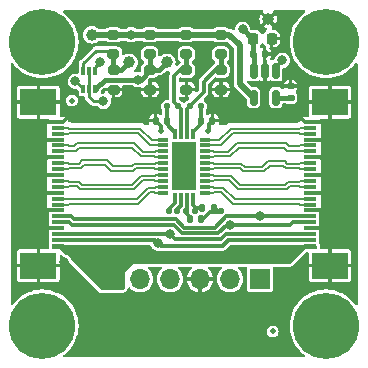
<source format=gbr>
%TF.GenerationSoftware,KiCad,Pcbnew,7.0.10*%
%TF.CreationDate,2024-02-18T19:35:46+01:00*%
%TF.ProjectId,CSI2SPY22,43534932-5350-4593-9232-2e6b69636164,rev?*%
%TF.SameCoordinates,Original*%
%TF.FileFunction,Copper,L4,Bot*%
%TF.FilePolarity,Positive*%
%FSLAX46Y46*%
G04 Gerber Fmt 4.6, Leading zero omitted, Abs format (unit mm)*
G04 Created by KiCad (PCBNEW 7.0.10) date 2024-02-18 19:35:46*
%MOMM*%
%LPD*%
G01*
G04 APERTURE LIST*
G04 Aperture macros list*
%AMRoundRect*
0 Rectangle with rounded corners*
0 $1 Rounding radius*
0 $2 $3 $4 $5 $6 $7 $8 $9 X,Y pos of 4 corners*
0 Add a 4 corners polygon primitive as box body*
4,1,4,$2,$3,$4,$5,$6,$7,$8,$9,$2,$3,0*
0 Add four circle primitives for the rounded corners*
1,1,$1+$1,$2,$3*
1,1,$1+$1,$4,$5*
1,1,$1+$1,$6,$7*
1,1,$1+$1,$8,$9*
0 Add four rect primitives between the rounded corners*
20,1,$1+$1,$2,$3,$4,$5,0*
20,1,$1+$1,$4,$5,$6,$7,0*
20,1,$1+$1,$6,$7,$8,$9,0*
20,1,$1+$1,$8,$9,$2,$3,0*%
G04 Aperture macros list end*
%TA.AperFunction,ComponentPad*%
%ADD10R,1.700000X1.700000*%
%TD*%
%TA.AperFunction,ComponentPad*%
%ADD11O,1.700000X1.700000*%
%TD*%
%TA.AperFunction,ComponentPad*%
%ADD12C,5.600000*%
%TD*%
%TA.AperFunction,SMDPad,CuDef*%
%ADD13C,1.000000*%
%TD*%
%TA.AperFunction,SMDPad,CuDef*%
%ADD14RoundRect,0.200000X-0.275000X0.200000X-0.275000X-0.200000X0.275000X-0.200000X0.275000X0.200000X0*%
%TD*%
%TA.AperFunction,SMDPad,CuDef*%
%ADD15RoundRect,0.140000X-0.140000X-0.170000X0.140000X-0.170000X0.140000X0.170000X-0.140000X0.170000X0*%
%TD*%
%TA.AperFunction,SMDPad,CuDef*%
%ADD16RoundRect,0.225000X-0.225000X-0.250000X0.225000X-0.250000X0.225000X0.250000X-0.225000X0.250000X0*%
%TD*%
%TA.AperFunction,SMDPad,CuDef*%
%ADD17R,0.850000X0.300000*%
%TD*%
%TA.AperFunction,SMDPad,CuDef*%
%ADD18R,0.300000X0.850000*%
%TD*%
%TA.AperFunction,SMDPad,CuDef*%
%ADD19R,2.100000X4.100000*%
%TD*%
%TA.AperFunction,SMDPad,CuDef*%
%ADD20R,1.100000X0.300000*%
%TD*%
%TA.AperFunction,SMDPad,CuDef*%
%ADD21R,3.100000X2.300000*%
%TD*%
%TA.AperFunction,SMDPad,CuDef*%
%ADD22RoundRect,0.140000X0.140000X0.170000X-0.140000X0.170000X-0.140000X-0.170000X0.140000X-0.170000X0*%
%TD*%
%TA.AperFunction,SMDPad,CuDef*%
%ADD23C,0.500000*%
%TD*%
%TA.AperFunction,SMDPad,CuDef*%
%ADD24R,0.340000X0.700000*%
%TD*%
%TA.AperFunction,SMDPad,CuDef*%
%ADD25RoundRect,0.150000X-0.150000X0.512500X-0.150000X-0.512500X0.150000X-0.512500X0.150000X0.512500X0*%
%TD*%
%TA.AperFunction,SMDPad,CuDef*%
%ADD26RoundRect,0.140000X0.170000X-0.140000X0.170000X0.140000X-0.170000X0.140000X-0.170000X-0.140000X0*%
%TD*%
%TA.AperFunction,ViaPad*%
%ADD27C,0.800000*%
%TD*%
%TA.AperFunction,ViaPad*%
%ADD28C,0.450000*%
%TD*%
%TA.AperFunction,ViaPad*%
%ADD29C,0.550000*%
%TD*%
%TA.AperFunction,ViaPad*%
%ADD30C,0.500000*%
%TD*%
%TA.AperFunction,Conductor*%
%ADD31C,0.300000*%
%TD*%
%TA.AperFunction,Conductor*%
%ADD32C,0.250000*%
%TD*%
%TA.AperFunction,Conductor*%
%ADD33C,0.400000*%
%TD*%
%TA.AperFunction,Conductor*%
%ADD34C,0.190000*%
%TD*%
%TA.AperFunction,Conductor*%
%ADD35C,0.500000*%
%TD*%
G04 APERTURE END LIST*
D10*
%TO.P,J3,1,Pin_1*%
%TO.N,/IO0*%
X21425000Y-23075000D03*
D11*
%TO.P,J3,2,Pin_2*%
%TO.N,/IO1*%
X18885000Y-23075000D03*
%TO.P,J3,3,Pin_3*%
%TO.N,GND*%
X16345000Y-23075000D03*
%TO.P,J3,4,Pin_4*%
%TO.N,/SCL*%
X13805000Y-23075000D03*
%TO.P,J3,5,Pin_5*%
%TO.N,/SDA*%
X11265000Y-23075000D03*
%TO.P,J3,6,Pin_6*%
%TO.N,/VDD33*%
X8725000Y-23075000D03*
%TD*%
D12*
%TO.P,H2,1,1*%
%TO.N,unconnected-(H2-Pad1)*%
X3000000Y-27000000D03*
%TD*%
%TO.P,H1,1,1*%
%TO.N,unconnected-(H1-Pad1)*%
X3000000Y-3000000D03*
%TD*%
%TO.P,H3,1,1*%
%TO.N,unconnected-(H3-Pad1)*%
X27000000Y-27000000D03*
%TD*%
%TO.P,H4,1,1*%
%TO.N,unconnected-(H4-Pad1)*%
X27000000Y-3000000D03*
%TD*%
D13*
%TO.P,TP1,1,1*%
%TO.N,VCC*%
X7175000Y-2375000D03*
%TD*%
D14*
%TO.P,R2,1*%
%TO.N,VSADJ{slash}CFG0*%
X18115000Y-5370000D03*
%TO.P,R2,2*%
%TO.N,GND*%
X18115000Y-7020000D03*
%TD*%
D15*
%TO.P,C2,1*%
%TO.N,Net-(IC1-RSTN)*%
X16430000Y-9640000D03*
%TO.P,C2,2*%
%TO.N,GND*%
X17390000Y-9640000D03*
%TD*%
D16*
%TO.P,C7,1*%
%TO.N,/VDD33*%
X20860000Y-2695000D03*
%TO.P,C7,2*%
%TO.N,GND*%
X22410000Y-2695000D03*
%TD*%
D17*
%TO.P,IC1,1,DA0P*%
%TO.N,/S1D0_N*%
X16800000Y-11250000D03*
%TO.P,IC1,2,DA0N*%
%TO.N,/S1D0_P*%
X16800000Y-11750000D03*
%TO.P,IC1,3,DA1P*%
%TO.N,/S1D1_N*%
X16800000Y-12250000D03*
%TO.P,IC1,4,DA1N*%
%TO.N,/S1D1_P*%
X16800000Y-12750000D03*
%TO.P,IC1,5,DACP*%
%TO.N,/S1CK_N*%
X16800000Y-13250000D03*
%TO.P,IC1,6,DACN*%
%TO.N,/S1CK_P*%
X16800000Y-13750000D03*
%TO.P,IC1,7,DA2P*%
%TO.N,/S1D2_N*%
X16800000Y-14250000D03*
%TO.P,IC1,8,DA2N*%
%TO.N,/S1D2_P*%
X16800000Y-14750000D03*
%TO.P,IC1,9,DA3P*%
%TO.N,/S1D3_N*%
X16800000Y-15250000D03*
%TO.P,IC1,10,DA3N*%
%TO.N,/S1D3_P*%
X16800000Y-15750000D03*
D18*
%TO.P,IC1,11,VCC*%
%TO.N,VCC*%
X15750000Y-16200000D03*
%TO.P,IC1,12,VREG_OUT*%
%TO.N,VDD*%
X15250000Y-16200000D03*
%TO.P,IC1,13,EQ/SCL*%
%TO.N,EQ{slash}SCL*%
X14750000Y-16200000D03*
%TO.P,IC1,14,ERC/SDA*%
%TO.N,ERC{slash}SDA*%
X14250000Y-16200000D03*
D17*
%TO.P,IC1,15,DB3N*%
%TO.N,/C1D3_P*%
X13200000Y-15750000D03*
%TO.P,IC1,16,DB3P*%
%TO.N,/C1D3_N*%
X13200000Y-15250000D03*
%TO.P,IC1,17,DB2N*%
%TO.N,/C1D2_P*%
X13200000Y-14750000D03*
%TO.P,IC1,18,DB2P*%
%TO.N,/C1D2_N*%
X13200000Y-14250000D03*
%TO.P,IC1,19,DBCN*%
%TO.N,/C1CK_P*%
X13200000Y-13750000D03*
%TO.P,IC1,20,DBCP*%
%TO.N,/C1CK_N*%
X13200000Y-13250000D03*
%TO.P,IC1,21,DB1N*%
%TO.N,/C1D1_P*%
X13200000Y-12750000D03*
%TO.P,IC1,22,DB1P*%
%TO.N,/C1D1_N*%
X13200000Y-12250000D03*
%TO.P,IC1,23,DB0N*%
%TO.N,/C1D0_P*%
X13200000Y-11750000D03*
%TO.P,IC1,24,DB0P*%
%TO.N,/C1D0_N*%
X13200000Y-11250000D03*
D18*
%TO.P,IC1,25,VDD*%
%TO.N,VDD*%
X14250000Y-10800000D03*
%TO.P,IC1,26,PRE_CFG1*%
%TO.N,PRE{slash}CFG1*%
X14750000Y-10800000D03*
%TO.P,IC1,27,VSADJ_CFG0*%
%TO.N,VSADJ{slash}CFG0*%
X15250000Y-10800000D03*
%TO.P,IC1,28,RSTN*%
%TO.N,Net-(IC1-RSTN)*%
X15750000Y-10800000D03*
D19*
%TO.P,IC1,29,GND*%
%TO.N,GND*%
X15000000Y-13500000D03*
%TD*%
D20*
%TO.P,J4,1,Pin_1*%
%TO.N,GND*%
X25650000Y-9750000D03*
%TO.P,J4,2,Pin_2*%
%TO.N,/S1D0_N*%
X25650000Y-10250000D03*
%TO.P,J4,3,Pin_3*%
%TO.N,/S1D0_P*%
X25650000Y-10750000D03*
%TO.P,J4,4,Pin_4*%
%TO.N,GND*%
X25650000Y-11250000D03*
%TO.P,J4,5,Pin_5*%
%TO.N,/S1D1_N*%
X25650000Y-11750000D03*
%TO.P,J4,6,Pin_6*%
%TO.N,/S1D1_P*%
X25650000Y-12250000D03*
%TO.P,J4,7,Pin_7*%
%TO.N,GND*%
X25650000Y-12750000D03*
%TO.P,J4,8,Pin_8*%
%TO.N,/S1CK_N*%
X25650000Y-13250000D03*
%TO.P,J4,9,Pin_9*%
%TO.N,/S1CK_P*%
X25650000Y-13750000D03*
%TO.P,J4,10,Pin_10*%
%TO.N,GND*%
X25650000Y-14250000D03*
%TO.P,J4,11,Pin_11*%
%TO.N,/S1D2_N*%
X25650000Y-14750000D03*
%TO.P,J4,12,Pin_12*%
%TO.N,/S1D2_P*%
X25650000Y-15250000D03*
%TO.P,J4,13,Pin_13*%
%TO.N,GND*%
X25650000Y-15750000D03*
%TO.P,J4,14,Pin_14*%
%TO.N,/S1D3_N*%
X25650000Y-16250000D03*
%TO.P,J4,15,Pin_15*%
%TO.N,/S1D3_P*%
X25650000Y-16750000D03*
%TO.P,J4,16,Pin_16*%
%TO.N,GND*%
X25650000Y-17250000D03*
%TO.P,J4,17,Pin_17*%
%TO.N,/IO0*%
X25650000Y-17750000D03*
%TO.P,J4,18,Pin_18*%
%TO.N,/IO1*%
X25650000Y-18250000D03*
%TO.P,J4,19,Pin_19*%
%TO.N,GND*%
X25650000Y-18750000D03*
%TO.P,J4,20,Pin_20*%
%TO.N,/SCL*%
X25650000Y-19250000D03*
%TO.P,J4,21,Pin_21*%
%TO.N,/SDA*%
X25650000Y-19750000D03*
%TO.P,J4,22,Pin_22*%
%TO.N,/VDD33*%
X25650000Y-20250000D03*
D21*
%TO.P,J4,MP,MountPin*%
%TO.N,GND*%
X27350000Y-8080000D03*
X27350000Y-21920000D03*
%TD*%
D14*
%TO.P,R1,1*%
%TO.N,VCC*%
X18105000Y-2370000D03*
%TO.P,R1,2*%
%TO.N,VSADJ{slash}CFG0*%
X18105000Y-4020000D03*
%TD*%
%TO.P,R8,1*%
%TO.N,ERC{slash}SDA*%
X9025000Y-5370000D03*
%TO.P,R8,2*%
%TO.N,GND*%
X9025000Y-7020000D03*
%TD*%
D22*
%TO.P,C3,1*%
%TO.N,VDD*%
X13545000Y-9650000D03*
%TO.P,C3,2*%
%TO.N,GND*%
X12585000Y-9650000D03*
%TD*%
D14*
%TO.P,R6,1*%
%TO.N,EQ{slash}SCL*%
X12105000Y-5370000D03*
%TO.P,R6,2*%
%TO.N,GND*%
X12105000Y-7020000D03*
%TD*%
D15*
%TO.P,C4,1*%
%TO.N,VDD*%
X15455000Y-18005000D03*
%TO.P,C4,2*%
%TO.N,GND*%
X16415000Y-18005000D03*
%TD*%
D23*
%TO.P,FID4,*%
%TO.N,*%
X22500000Y-27500000D03*
%TD*%
D20*
%TO.P,J5,1,Pin_1*%
%TO.N,GND*%
X4350000Y-9750000D03*
%TO.P,J5,2,Pin_2*%
%TO.N,/C1D0_N*%
X4350000Y-10250000D03*
%TO.P,J5,3,Pin_3*%
%TO.N,/C1D0_P*%
X4350000Y-10750000D03*
%TO.P,J5,4,Pin_4*%
%TO.N,GND*%
X4350000Y-11250000D03*
%TO.P,J5,5,Pin_5*%
%TO.N,/C1D1_N*%
X4350000Y-11750000D03*
%TO.P,J5,6,Pin_6*%
%TO.N,/C1D1_P*%
X4350000Y-12250000D03*
%TO.P,J5,7,Pin_7*%
%TO.N,GND*%
X4350000Y-12750000D03*
%TO.P,J5,8,Pin_8*%
%TO.N,/C1CK_N*%
X4350000Y-13250000D03*
%TO.P,J5,9,Pin_9*%
%TO.N,/C1CK_P*%
X4350000Y-13750000D03*
%TO.P,J5,10,Pin_10*%
%TO.N,GND*%
X4350000Y-14250000D03*
%TO.P,J5,11,Pin_11*%
%TO.N,/C1D2_N*%
X4350000Y-14750000D03*
%TO.P,J5,12,Pin_12*%
%TO.N,/C1D2_P*%
X4350000Y-15250000D03*
%TO.P,J5,13,Pin_13*%
%TO.N,GND*%
X4350000Y-15750000D03*
%TO.P,J5,14,Pin_14*%
%TO.N,/C1D3_N*%
X4350000Y-16250000D03*
%TO.P,J5,15,Pin_15*%
%TO.N,/C1D3_P*%
X4350000Y-16750000D03*
%TO.P,J5,16,Pin_16*%
%TO.N,GND*%
X4350000Y-17250000D03*
%TO.P,J5,17,Pin_17*%
%TO.N,/IO0*%
X4350000Y-17750000D03*
%TO.P,J5,18,Pin_18*%
%TO.N,/IO1*%
X4350000Y-18250000D03*
%TO.P,J5,19,Pin_19*%
%TO.N,GND*%
X4350000Y-18750000D03*
%TO.P,J5,20,Pin_20*%
%TO.N,/SCL*%
X4350000Y-19250000D03*
%TO.P,J5,21,Pin_21*%
%TO.N,/SDA*%
X4350000Y-19750000D03*
%TO.P,J5,22,Pin_22*%
%TO.N,/VDD33*%
X4350000Y-20250000D03*
D21*
%TO.P,J5,MP,MountPin*%
%TO.N,GND*%
X2650000Y-21920000D03*
X2650000Y-8080000D03*
%TD*%
D24*
%TO.P,Q1,1,S1*%
%TO.N,ERC{slash}SDA*%
X6475000Y-5475000D03*
%TO.P,Q1,2,G1*%
%TO.N,VCC*%
X6975000Y-5475000D03*
%TO.P,Q1,3,D2*%
%TO.N,/SCL*%
X7475000Y-5475000D03*
%TO.P,Q1,4,S2*%
%TO.N,EQ{slash}SCL*%
X7475000Y-6975000D03*
%TO.P,Q1,5,G2*%
%TO.N,VCC*%
X6975000Y-6975000D03*
%TO.P,Q1,6,D1*%
%TO.N,/SDA*%
X6475000Y-6975000D03*
%TD*%
D23*
%TO.P,FID3,*%
%TO.N,*%
X5500000Y-7945000D03*
%TD*%
D14*
%TO.P,R7,1*%
%TO.N,VCC*%
X9015000Y-2370000D03*
%TO.P,R7,2*%
%TO.N,ERC{slash}SDA*%
X9015000Y-4020000D03*
%TD*%
D25*
%TO.P,U1,1,IN*%
%TO.N,/VDD33*%
X20875000Y-5422500D03*
%TO.P,U1,2,GND*%
%TO.N,GND*%
X21825000Y-5422500D03*
%TO.P,U1,3,EN*%
%TO.N,/IO0*%
X22775000Y-5422500D03*
%TO.P,U1,4,BP*%
%TO.N,Net-(U1-BP)*%
X22775000Y-7697500D03*
%TO.P,U1,5,OUT*%
%TO.N,VCC*%
X20875000Y-7697500D03*
%TD*%
D13*
%TO.P,TP4,1,1*%
%TO.N,GND*%
X22125000Y-1075000D03*
%TD*%
%TO.P,TP2,1,1*%
%TO.N,EQ{slash}SCL*%
X13525000Y-4725000D03*
%TD*%
D15*
%TO.P,C6,1*%
%TO.N,/VDD33*%
X20855000Y-4025000D03*
%TO.P,C6,2*%
%TO.N,GND*%
X21815000Y-4025000D03*
%TD*%
D13*
%TO.P,TP3,1,1*%
%TO.N,ERC{slash}SDA*%
X10325000Y-4725000D03*
%TD*%
D14*
%TO.P,R3,1*%
%TO.N,VCC*%
X15175000Y-2370000D03*
%TO.P,R3,2*%
%TO.N,PRE{slash}CFG1*%
X15175000Y-4020000D03*
%TD*%
D26*
%TO.P,C5,1*%
%TO.N,Net-(U1-BP)*%
X24015000Y-7695000D03*
%TO.P,C5,2*%
%TO.N,GND*%
X24015000Y-6735000D03*
%TD*%
D14*
%TO.P,R5,1*%
%TO.N,VCC*%
X12095000Y-2370000D03*
%TO.P,R5,2*%
%TO.N,EQ{slash}SCL*%
X12095000Y-4020000D03*
%TD*%
%TO.P,R4,1*%
%TO.N,PRE{slash}CFG1*%
X15185000Y-5370000D03*
%TO.P,R4,2*%
%TO.N,GND*%
X15185000Y-7020000D03*
%TD*%
D15*
%TO.P,C1,1*%
%TO.N,VCC*%
X16530000Y-17005000D03*
%TO.P,C1,2*%
%TO.N,GND*%
X17490000Y-17005000D03*
%TD*%
D27*
%TO.N,GND*%
X16740000Y-950000D03*
X3000000Y-12750000D03*
X16750000Y-4350000D03*
X27000000Y-11250000D03*
D28*
X15000000Y-12000000D03*
D29*
X17400000Y-8600000D03*
D28*
X15750000Y-12000000D03*
D27*
X6930000Y-24170000D03*
D29*
X11850000Y-8775000D03*
D27*
X22125000Y-1075000D03*
X13550000Y-26130000D03*
X27000000Y-17250000D03*
X22500000Y-9250000D03*
D28*
X14250000Y-12000000D03*
D27*
X19970000Y-28810000D03*
X9070000Y-950000D03*
D28*
X15000000Y-15000000D03*
X14250000Y-13500000D03*
D27*
X12130000Y-950000D03*
X29250000Y-6000000D03*
X3000000Y-14250000D03*
X4840000Y-21650000D03*
X27000000Y-10000000D03*
X3000000Y-15750000D03*
X7060000Y-28810000D03*
D29*
X18107727Y-17332727D03*
D27*
X19970000Y-26050000D03*
D30*
X13000000Y-10550000D03*
D27*
X9500000Y-9250000D03*
X11270000Y-28810000D03*
X3000000Y-11250000D03*
D29*
X12625000Y-8650000D03*
D27*
X3000000Y-18750000D03*
X25100000Y-22800000D03*
X23650000Y-28810000D03*
X3000000Y-17250000D03*
X3000000Y-10000000D03*
X15610000Y-28810000D03*
D30*
X17000000Y-10550000D03*
D27*
X27000000Y-15750000D03*
X26950000Y-20060000D03*
X27000000Y-18750000D03*
D29*
X18100000Y-8775000D03*
D27*
X24750000Y-9250000D03*
X29250000Y-23750000D03*
D28*
X15750000Y-13500000D03*
X15000000Y-13500000D03*
D27*
X5830000Y-950000D03*
X27000000Y-14250000D03*
X750000Y-6000000D03*
X27000000Y-12750000D03*
X20500000Y-9250000D03*
D28*
X14250000Y-15000000D03*
D27*
X5250000Y-9250000D03*
D28*
X15750000Y-15000000D03*
D27*
X750000Y-23750000D03*
%TO.N,/IO0*%
X23310000Y-4540000D03*
X21425000Y-17750000D03*
%TO.N,/IO1*%
X18885000Y-18500000D03*
%TO.N,/SCL*%
X13805000Y-19250000D03*
X7850000Y-4700000D03*
%TO.N,/SDA*%
X12750000Y-20000000D03*
X5790000Y-6310000D03*
%TO.N,/VDD33*%
X23350000Y-21340000D03*
X24090000Y-21040000D03*
X19950000Y-1930000D03*
%TO.N,VCC*%
X8170000Y-8010000D03*
D29*
X15925000Y-17300000D03*
D27*
X10500000Y-2370000D03*
D29*
%TO.N,VDD*%
X13550000Y-8425000D03*
X15175000Y-17300000D03*
%TO.N,EQ{slash}SCL*%
X14425000Y-17300000D03*
D27*
X11080000Y-6170000D03*
%TO.N,ERC{slash}SDA*%
X10325000Y-4725000D03*
D29*
X13675000Y-17300000D03*
%TO.N,PRE{slash}CFG1*%
X14475000Y-8425000D03*
%TO.N,Net-(IC1-RSTN)*%
X16425000Y-8425000D03*
%TO.N,VSADJ{slash}CFG0*%
X15475000Y-8425000D03*
%TD*%
D31*
%TO.N,GND*%
X3005000Y-12745000D02*
X3000000Y-12750000D01*
X25250000Y-9750000D02*
X24750000Y-9250000D01*
X25650000Y-9750000D02*
X26750000Y-9750000D01*
X3250000Y-9750000D02*
X3000000Y-10000000D01*
X3005000Y-17245000D02*
X3000000Y-17250000D01*
X26995000Y-12755000D02*
X27000000Y-12750000D01*
X17395000Y-9640000D02*
X17070000Y-9965000D01*
X16420000Y-18005000D02*
X16552660Y-18005000D01*
X4350000Y-9750000D02*
X4750000Y-9750000D01*
X25650000Y-11250000D02*
X27000000Y-11250000D01*
X12580000Y-9707660D02*
X13000000Y-10127660D01*
X25650000Y-18750000D02*
X27000000Y-18750000D01*
X26995000Y-14255000D02*
X27000000Y-14250000D01*
X18040454Y-17400000D02*
X18107727Y-17332727D01*
X26995000Y-11255000D02*
X27000000Y-11250000D01*
X4350000Y-12750000D02*
X3000000Y-12750000D01*
X3255000Y-9745000D02*
X3000000Y-10000000D01*
X16552660Y-18005000D02*
X17157660Y-17400000D01*
X12580000Y-9650000D02*
X12580000Y-9707660D01*
X25650000Y-14250000D02*
X27000000Y-14250000D01*
X25650000Y-15750000D02*
X27000000Y-15750000D01*
X3005000Y-14245000D02*
X3000000Y-14250000D01*
X3005000Y-15745000D02*
X3000000Y-15750000D01*
X18107727Y-17332727D02*
X17822727Y-17332727D01*
X25650000Y-17250000D02*
X27000000Y-17250000D01*
X4350000Y-17250000D02*
X3000000Y-17250000D01*
X26995000Y-17255000D02*
X27000000Y-17250000D01*
X4350000Y-9750000D02*
X3250000Y-9750000D01*
X26995000Y-15755000D02*
X27000000Y-15750000D01*
X17070000Y-9965000D02*
X17070000Y-10480000D01*
X26995000Y-18755000D02*
X27000000Y-18750000D01*
X4350000Y-15750000D02*
X3000000Y-15750000D01*
X4350000Y-18745000D02*
X3005000Y-18745000D01*
X17822727Y-17332727D02*
X17495000Y-17005000D01*
X17070000Y-10480000D02*
X17000000Y-10550000D01*
X3005000Y-18745000D02*
X3000000Y-18750000D01*
X4350000Y-11250000D02*
X3000000Y-11250000D01*
X3005000Y-11245000D02*
X3000000Y-11250000D01*
X25650000Y-12750000D02*
X27000000Y-12750000D01*
X13000000Y-10127660D02*
X13000000Y-10550000D01*
X17157660Y-17400000D02*
X18040454Y-17400000D01*
X26750000Y-9750000D02*
X27000000Y-10000000D01*
X25650000Y-9750000D02*
X25250000Y-9750000D01*
X4750000Y-9750000D02*
X5250000Y-9250000D01*
X4350000Y-14250000D02*
X3000000Y-14250000D01*
%TO.N,/IO0*%
X5457107Y-17750000D02*
X5707107Y-18000000D01*
D32*
X22775000Y-5075000D02*
X23310000Y-4540000D01*
D31*
X21420000Y-17745000D02*
X21425000Y-17750000D01*
X21430000Y-17755000D02*
X21425000Y-17750000D01*
X15022768Y-18700000D02*
X17624339Y-18700000D01*
X5707107Y-18000000D02*
X14322768Y-18000000D01*
X4350000Y-17750000D02*
X5457107Y-17750000D01*
X25650000Y-17750000D02*
X21425000Y-17750000D01*
X18574339Y-17750000D02*
X21425000Y-17750000D01*
D32*
X22775000Y-5422500D02*
X22775000Y-5075000D01*
D31*
X14322768Y-18000000D02*
X15022768Y-18700000D01*
X17624339Y-18700000D02*
X18574339Y-17750000D01*
%TO.N,/IO1*%
X18885000Y-18500000D02*
X18585788Y-18500000D01*
X24000000Y-18500000D02*
X18885000Y-18500000D01*
X14115661Y-18500000D02*
X5500000Y-18500000D01*
X17885788Y-19200000D02*
X14815661Y-19200000D01*
X14815661Y-19200000D02*
X14115661Y-18500000D01*
X25650000Y-18250000D02*
X24250000Y-18250000D01*
X18585788Y-18500000D02*
X17885788Y-19200000D01*
X5250000Y-18250000D02*
X4562107Y-18250000D01*
X5500000Y-18500000D02*
X5250000Y-18250000D01*
X24250000Y-18250000D02*
X24000000Y-18500000D01*
D32*
%TO.N,/SCL*%
X7475000Y-5075000D02*
X7850000Y-4700000D01*
D31*
X25650000Y-19250000D02*
X18542894Y-19250000D01*
D32*
X7475000Y-5475000D02*
X7475000Y-5075000D01*
D31*
X13810000Y-19255000D02*
X13805000Y-19250000D01*
X18542894Y-19250000D02*
X18092894Y-19700000D01*
X13800000Y-19245000D02*
X13805000Y-19250000D01*
X4350000Y-19250000D02*
X13805000Y-19250000D01*
X18092894Y-19700000D02*
X14255000Y-19700000D01*
X14255000Y-19700000D02*
X13805000Y-19250000D01*
D32*
%TO.N,/SDA*%
X5790000Y-6310000D02*
X5810000Y-6310000D01*
D31*
X25650000Y-19750000D02*
X18750000Y-19750000D01*
X4350000Y-19750000D02*
X12500000Y-19750000D01*
X13000000Y-20250000D02*
X12750000Y-20000000D01*
X12500000Y-19750000D02*
X12750000Y-20000000D01*
X18250000Y-20250000D02*
X13000000Y-20250000D01*
X18750000Y-19750000D02*
X18250000Y-20250000D01*
D32*
X5810000Y-6310000D02*
X6475000Y-6975000D01*
D33*
%TO.N,/VDD33*%
X20715000Y-2695000D02*
X19950000Y-1930000D01*
X20860000Y-2695000D02*
X20715000Y-2695000D01*
X20875000Y-4045000D02*
X20855000Y-4025000D01*
X20855000Y-4025000D02*
X20855000Y-2700000D01*
X20855000Y-2700000D02*
X20860000Y-2695000D01*
X20875000Y-5422500D02*
X20875000Y-4045000D01*
D34*
%TO.N,/C1D3_P*%
X12126630Y-15685000D02*
X11126630Y-16685000D01*
X12497499Y-15685000D02*
X12126630Y-15685000D01*
X12562499Y-15750000D02*
X12497499Y-15685000D01*
X5240001Y-16685000D02*
X5175001Y-16750000D01*
X5175001Y-16750000D02*
X4350000Y-16750000D01*
X13200000Y-15750000D02*
X12562499Y-15750000D01*
X11126630Y-16685000D02*
X5240001Y-16685000D01*
%TO.N,/C1D3_N*%
X10973370Y-16315000D02*
X5240001Y-16315000D01*
X13200000Y-15250000D02*
X12562499Y-15250000D01*
X5240001Y-16315000D02*
X5175001Y-16250000D01*
X5175001Y-16250000D02*
X4350000Y-16250000D01*
X11973370Y-15315000D02*
X10973370Y-16315000D01*
X12497499Y-15315000D02*
X11973370Y-15315000D01*
X12562499Y-15250000D02*
X12497499Y-15315000D01*
%TO.N,/C1D2_P*%
X5240001Y-15185000D02*
X5175001Y-15250000D01*
X5935000Y-15185000D02*
X5240001Y-15185000D01*
X12562499Y-14750000D02*
X12497499Y-14685000D01*
X5175001Y-15250000D02*
X4350000Y-15250000D01*
X11526630Y-14685000D02*
X10771629Y-15440000D01*
X10771629Y-15440000D02*
X6190000Y-15440000D01*
X12497499Y-14685000D02*
X11526630Y-14685000D01*
X13200000Y-14750000D02*
X12562499Y-14750000D01*
X6190000Y-15440000D02*
X5935000Y-15185000D01*
%TO.N,/C1D2_N*%
X10618370Y-15070000D02*
X6343260Y-15070000D01*
X5175001Y-14750000D02*
X4350000Y-14750000D01*
X12497499Y-14315000D02*
X11373370Y-14315000D01*
X5240001Y-14815000D02*
X5175001Y-14750000D01*
X6343260Y-15070000D02*
X6088259Y-14815000D01*
X11373370Y-14315000D02*
X10618370Y-15070000D01*
X13200000Y-14250000D02*
X12562499Y-14250000D01*
X12562499Y-14250000D02*
X12497499Y-14315000D01*
X6088259Y-14815000D02*
X5240001Y-14815000D01*
%TO.N,/C1CK_P*%
X6520000Y-13390000D02*
X8328371Y-13390000D01*
X8328371Y-13390000D02*
X8828372Y-13890000D01*
X6225000Y-13685000D02*
X6520000Y-13390000D01*
X4350000Y-13750000D02*
X5175001Y-13750000D01*
X5240001Y-13685000D02*
X6225000Y-13685000D01*
X12562499Y-13750000D02*
X13200000Y-13750000D01*
X10710001Y-13890000D02*
X10915000Y-13685000D01*
X8828372Y-13890000D02*
X10710001Y-13890000D01*
X12497499Y-13685000D02*
X12562499Y-13750000D01*
X10915000Y-13685000D02*
X12497499Y-13685000D01*
X5175001Y-13750000D02*
X5240001Y-13685000D01*
%TO.N,/C1CK_N*%
X10761741Y-13315000D02*
X12497499Y-13315000D01*
X8481631Y-13020000D02*
X8981631Y-13520000D01*
X12497499Y-13315000D02*
X12562499Y-13250000D01*
X8981631Y-13520000D02*
X10556741Y-13520000D01*
X5175001Y-13250000D02*
X5240001Y-13315000D01*
X12562499Y-13250000D02*
X13200000Y-13250000D01*
X10556741Y-13520000D02*
X10761741Y-13315000D01*
X4350000Y-13250000D02*
X5175001Y-13250000D01*
X6071740Y-13315000D02*
X6366740Y-13020000D01*
X5240001Y-13315000D02*
X6071740Y-13315000D01*
X6366740Y-13020000D02*
X8481631Y-13020000D01*
%TO.N,/C1D1_P*%
X13200000Y-12750000D02*
X12562499Y-12750000D01*
X11343370Y-12685000D02*
X10598370Y-11940000D01*
X5175001Y-12250000D02*
X4350000Y-12250000D01*
X10598370Y-11940000D02*
X6071630Y-11940000D01*
X12562499Y-12750000D02*
X12497499Y-12685000D01*
X12497499Y-12685000D02*
X11343370Y-12685000D01*
X5240001Y-12185000D02*
X5175001Y-12250000D01*
X5826629Y-12185000D02*
X5240001Y-12185000D01*
X6071630Y-11940000D02*
X5826629Y-12185000D01*
%TO.N,/C1D1_N*%
X12562499Y-12250000D02*
X12497499Y-12315000D01*
X11496630Y-12315000D02*
X10751630Y-11570000D01*
X5673370Y-11815000D02*
X5240001Y-11815000D01*
X5918370Y-11570000D02*
X5673370Y-11815000D01*
X13200000Y-12250000D02*
X12562499Y-12250000D01*
X5240001Y-11815000D02*
X5175001Y-11750000D01*
X5175001Y-11750000D02*
X4350000Y-11750000D01*
X10751630Y-11570000D02*
X5918370Y-11570000D01*
X12497499Y-12315000D02*
X11496630Y-12315000D01*
%TO.N,/C1D0_P*%
X5240001Y-10685000D02*
X11093370Y-10685000D01*
X4350000Y-10750000D02*
X5175001Y-10750000D01*
X12497499Y-11685000D02*
X12562499Y-11750000D01*
X11093370Y-10685000D02*
X12093370Y-11685000D01*
X5175001Y-10750000D02*
X5240001Y-10685000D01*
X12562499Y-11750000D02*
X13200000Y-11750000D01*
X12093370Y-11685000D02*
X12497499Y-11685000D01*
%TO.N,/C1D0_N*%
X11246630Y-10315000D02*
X12246630Y-11315000D01*
X12497499Y-11315000D02*
X12562499Y-11250000D01*
X4350000Y-10250000D02*
X5175001Y-10250000D01*
X5240001Y-10315000D02*
X11246630Y-10315000D01*
X5175001Y-10250000D02*
X5240001Y-10315000D01*
X12246630Y-11315000D02*
X12497499Y-11315000D01*
X12562499Y-11250000D02*
X13200000Y-11250000D01*
%TO.N,/S1D0_N*%
X17437501Y-11250000D02*
X16800000Y-11250000D01*
X24824999Y-10250000D02*
X24759999Y-10315000D01*
X17502501Y-11315000D02*
X17437501Y-11250000D01*
X25650000Y-10250000D02*
X24824999Y-10250000D01*
X17943370Y-11315000D02*
X17502501Y-11315000D01*
X18943370Y-10315000D02*
X17943370Y-11315000D01*
X24759999Y-10315000D02*
X18943370Y-10315000D01*
%TO.N,/S1D0_P*%
X17502501Y-11685000D02*
X17437501Y-11750000D01*
X25650000Y-10750000D02*
X24824999Y-10750000D01*
X24759999Y-10685000D02*
X19096630Y-10685000D01*
X18096630Y-11685000D02*
X17502501Y-11685000D01*
X24824999Y-10750000D02*
X24759999Y-10685000D01*
X17437501Y-11750000D02*
X16800000Y-11750000D01*
X19096630Y-10685000D02*
X18096630Y-11685000D01*
%TO.N,/S1D1_N*%
X24824999Y-11750000D02*
X25650000Y-11750000D01*
X23621630Y-11570000D02*
X23866630Y-11815000D01*
X24759999Y-11815000D02*
X24824999Y-11750000D01*
X16800000Y-12250000D02*
X17437501Y-12250000D01*
X19478370Y-11570000D02*
X23621630Y-11570000D01*
X18733370Y-12315000D02*
X19478370Y-11570000D01*
X17437501Y-12250000D02*
X17502501Y-12315000D01*
X17502501Y-12315000D02*
X18733370Y-12315000D01*
X23866630Y-11815000D02*
X24759999Y-11815000D01*
%TO.N,/S1D1_P*%
X17437501Y-12750000D02*
X17502501Y-12685000D01*
X17502501Y-12685000D02*
X18886630Y-12685000D01*
X24824999Y-12250000D02*
X25650000Y-12250000D01*
X16800000Y-12750000D02*
X17437501Y-12750000D01*
X19631630Y-11940000D02*
X23468371Y-11940000D01*
X18886630Y-12685000D02*
X19631630Y-11940000D01*
X24759999Y-12185000D02*
X24824999Y-12250000D01*
X23713371Y-12185000D02*
X24759999Y-12185000D01*
X23468371Y-11940000D02*
X23713371Y-12185000D01*
%TO.N,/S1CK_N*%
X17437501Y-13250000D02*
X16800000Y-13250000D01*
X24824999Y-13250000D02*
X24759999Y-13315000D01*
X17502501Y-13315000D02*
X17437501Y-13250000D01*
X23746630Y-13315000D02*
X23511629Y-13080000D01*
X24759999Y-13315000D02*
X23746630Y-13315000D01*
X20109999Y-13580000D02*
X19844999Y-13315000D01*
X23511629Y-13080000D02*
X22118370Y-13080000D01*
X25650000Y-13250000D02*
X24824999Y-13250000D01*
X22118370Y-13080000D02*
X21618370Y-13580000D01*
X21618370Y-13580000D02*
X20109999Y-13580000D01*
X19844999Y-13315000D02*
X17502501Y-13315000D01*
%TO.N,/S1CK_P*%
X24824999Y-13750000D02*
X24759999Y-13685000D01*
X24759999Y-13685000D02*
X23593370Y-13685000D01*
X22271630Y-13450000D02*
X21771630Y-13950000D01*
X21771630Y-13950000D02*
X19956740Y-13950000D01*
X23358370Y-13450000D02*
X22271630Y-13450000D01*
X17437501Y-13750000D02*
X16800000Y-13750000D01*
X25650000Y-13750000D02*
X24824999Y-13750000D01*
X17502501Y-13685000D02*
X17437501Y-13750000D01*
X23593370Y-13685000D02*
X23358370Y-13450000D01*
X19691740Y-13685000D02*
X17502501Y-13685000D01*
X19956740Y-13950000D02*
X19691740Y-13685000D01*
%TO.N,/S1D2_N*%
X19701630Y-15070000D02*
X23528371Y-15070000D01*
X23783371Y-14815000D02*
X24759999Y-14815000D01*
X24824999Y-14750000D02*
X25650000Y-14750000D01*
X17437501Y-14250000D02*
X17502501Y-14315000D01*
X16800000Y-14250000D02*
X17437501Y-14250000D01*
X17502501Y-14315000D02*
X18946630Y-14315000D01*
X18946630Y-14315000D02*
X19701630Y-15070000D01*
X23528371Y-15070000D02*
X23783371Y-14815000D01*
X24759999Y-14815000D02*
X24824999Y-14750000D01*
%TO.N,/S1D2_P*%
X17437501Y-14750000D02*
X17502501Y-14685000D01*
X24824999Y-15250000D02*
X25650000Y-15250000D01*
X23681631Y-15440000D02*
X23936630Y-15185000D01*
X16800000Y-14750000D02*
X17437501Y-14750000D01*
X19548371Y-15440000D02*
X23681631Y-15440000D01*
X23936630Y-15185000D02*
X24759999Y-15185000D01*
X18793370Y-14685000D02*
X19548371Y-15440000D01*
X17502501Y-14685000D02*
X18793370Y-14685000D01*
X24759999Y-15185000D02*
X24824999Y-15250000D01*
%TO.N,/S1D3_N*%
X24824999Y-16250000D02*
X24759999Y-16315000D01*
X25650000Y-16250000D02*
X24824999Y-16250000D01*
X19276630Y-16315000D02*
X18276630Y-15315000D01*
X17437501Y-15250000D02*
X16800000Y-15250000D01*
X18276630Y-15315000D02*
X17502501Y-15315000D01*
X17502501Y-15315000D02*
X17437501Y-15250000D01*
X24759999Y-16315000D02*
X19276630Y-16315000D01*
%TO.N,/S1D3_P*%
X24759999Y-16685000D02*
X19123370Y-16685000D01*
X18123370Y-15685000D02*
X17502501Y-15685000D01*
X17437501Y-15750000D02*
X16800000Y-15750000D01*
X24824999Y-16750000D02*
X24759999Y-16685000D01*
X17502501Y-15685000D02*
X17437501Y-15750000D01*
X19123370Y-16685000D02*
X18123370Y-15685000D01*
X25650000Y-16750000D02*
X24824999Y-16750000D01*
D35*
%TO.N,VCC*%
X9015000Y-2370000D02*
X7180000Y-2370000D01*
D32*
X7340000Y-8010000D02*
X6975000Y-7645000D01*
D31*
X15750000Y-16750000D02*
X15950000Y-16950000D01*
D35*
X18105000Y-2370000D02*
X18820000Y-2370000D01*
D32*
X6975000Y-6975000D02*
X6975000Y-5475000D01*
D31*
X16005000Y-17005000D02*
X15950000Y-16950000D01*
X15925000Y-16975000D02*
X15925000Y-17300000D01*
D35*
X10500000Y-2370000D02*
X18105000Y-2370000D01*
X7180000Y-2370000D02*
X7175000Y-2375000D01*
D31*
X15950000Y-16950000D02*
X15950000Y-17275000D01*
D35*
X19700000Y-3250000D02*
X19700000Y-6522500D01*
D31*
X15950000Y-17275000D02*
X15925000Y-17300000D01*
D35*
X9015000Y-2370000D02*
X10500000Y-2370000D01*
D31*
X16525000Y-17005000D02*
X16005000Y-17005000D01*
X15750000Y-16200000D02*
X15750000Y-16750000D01*
X15950000Y-16950000D02*
X15925000Y-16975000D01*
D32*
X6975000Y-7645000D02*
X6975000Y-6975000D01*
D35*
X18820000Y-2370000D02*
X19700000Y-3250000D01*
D32*
X8170000Y-8010000D02*
X7340000Y-8010000D01*
D35*
X19700000Y-6522500D02*
X20875000Y-7697500D01*
D31*
%TO.N,VDD*%
X13550000Y-9650000D02*
X13550000Y-9975000D01*
X13550000Y-9975000D02*
X14250000Y-10675000D01*
X14250000Y-10675000D02*
X14250000Y-10800000D01*
X15450000Y-17708884D02*
X15450000Y-18005000D01*
X15175000Y-17433884D02*
X15450000Y-17708884D01*
X15175000Y-17300000D02*
X15175000Y-17433884D01*
X13550000Y-9650000D02*
X13550000Y-8425000D01*
X15250000Y-17225000D02*
X15175000Y-17300000D01*
X15250000Y-16200000D02*
X15250000Y-17225000D01*
D33*
%TO.N,Net-(U1-BP)*%
X22777500Y-7695000D02*
X22775000Y-7697500D01*
X24015000Y-7695000D02*
X22777500Y-7695000D01*
D31*
%TO.N,EQ{slash}SCL*%
X14750000Y-16200000D02*
X14750000Y-16841116D01*
X14750000Y-16841116D02*
X14425000Y-17166116D01*
D33*
X11080000Y-6170000D02*
X8280000Y-6170000D01*
X12095000Y-5360000D02*
X12105000Y-5370000D01*
X12095000Y-4020000D02*
X12095000Y-5360000D01*
X7545000Y-6905000D02*
X7545000Y-6975000D01*
X12105000Y-5370000D02*
X11305000Y-6170000D01*
X12105000Y-5370000D02*
X12880000Y-5370000D01*
D31*
X14425000Y-17166116D02*
X14425000Y-17300000D01*
D33*
X11305000Y-6170000D02*
X11080000Y-6170000D01*
X8280000Y-6170000D02*
X7545000Y-6905000D01*
X12880000Y-5370000D02*
X13525000Y-4725000D01*
D31*
%TO.N,ERC{slash}SDA*%
X14250000Y-16200000D02*
X14250000Y-16591116D01*
D32*
X9015000Y-4020000D02*
X9015000Y-4500000D01*
D33*
X9025000Y-5370000D02*
X9680000Y-5370000D01*
X9680000Y-5370000D02*
X10325000Y-4725000D01*
X9015000Y-5360000D02*
X9025000Y-5370000D01*
D32*
X7555000Y-3725000D02*
X8720000Y-3725000D01*
X6475000Y-5475000D02*
X6475000Y-4805000D01*
D31*
X14250000Y-16591116D02*
X13675000Y-17166116D01*
D33*
X9015000Y-4020000D02*
X9015000Y-5360000D01*
D32*
X8720000Y-3725000D02*
X9015000Y-4020000D01*
X6475000Y-4805000D02*
X7555000Y-3725000D01*
D31*
X13675000Y-17166116D02*
X13675000Y-17300000D01*
D33*
%TO.N,PRE{slash}CFG1*%
X15175000Y-4020000D02*
X15175000Y-5360000D01*
D31*
X14630000Y-5370000D02*
X14150000Y-5850000D01*
D33*
X15175000Y-5360000D02*
X15185000Y-5370000D01*
D31*
X14150000Y-8100000D02*
X14475000Y-8425000D01*
X14150000Y-5850000D02*
X14150000Y-8100000D01*
X15185000Y-5370000D02*
X14630000Y-5370000D01*
X14750000Y-8700000D02*
X14475000Y-8425000D01*
X14750000Y-10800000D02*
X14750000Y-8700000D01*
%TO.N,Net-(IC1-RSTN)*%
X16425000Y-9640000D02*
X16425000Y-8425000D01*
X16425000Y-9640000D02*
X16425000Y-9975000D01*
X16425000Y-9975000D02*
X15750000Y-10650000D01*
X15750000Y-10650000D02*
X15750000Y-10800000D01*
D33*
%TO.N,VSADJ{slash}CFG0*%
X18105000Y-4020000D02*
X18105000Y-5360000D01*
D31*
X15475000Y-8425000D02*
X16650000Y-7250000D01*
X15250000Y-10800000D02*
X15250000Y-8650000D01*
X17630000Y-5370000D02*
X18115000Y-5370000D01*
D33*
X18105000Y-5360000D02*
X18115000Y-5370000D01*
D31*
X16650000Y-7250000D02*
X16650000Y-6350000D01*
X16650000Y-6350000D02*
X17630000Y-5370000D01*
X15250000Y-8650000D02*
X15475000Y-8425000D01*
%TD*%
%TA.AperFunction,Conductor*%
%TO.N,GND*%
G36*
X21656341Y-320185D02*
G01*
X21702096Y-372989D01*
X21712522Y-438384D01*
X21711306Y-449174D01*
X22125000Y-862868D01*
X22125001Y-862868D01*
X22538693Y-449173D01*
X22537478Y-438382D01*
X22549533Y-369561D01*
X22596883Y-318182D01*
X22660698Y-300500D01*
X25143984Y-300500D01*
X25211023Y-320185D01*
X25256778Y-372989D01*
X25266722Y-442147D01*
X25237697Y-505703D01*
X25215739Y-525630D01*
X25095040Y-611269D01*
X24839573Y-839570D01*
X24839570Y-839573D01*
X24611269Y-1095040D01*
X24412998Y-1374478D01*
X24247263Y-1674353D01*
X24160079Y-1884834D01*
X24116196Y-1990779D01*
X24116146Y-1990899D01*
X24021297Y-2320124D01*
X24021295Y-2320133D01*
X23963905Y-2657906D01*
X23963903Y-2657918D01*
X23944693Y-3000000D01*
X23963903Y-3342081D01*
X23963905Y-3342093D01*
X24021295Y-3679866D01*
X24021297Y-3679875D01*
X24077512Y-3875000D01*
X24116147Y-4009104D01*
X24247264Y-4325648D01*
X24337479Y-4488880D01*
X24412998Y-4625521D01*
X24611269Y-4904959D01*
X24839570Y-5160426D01*
X24839573Y-5160429D01*
X25095040Y-5388730D01*
X25095046Y-5388734D01*
X25095047Y-5388735D01*
X25374479Y-5587002D01*
X25674352Y-5752736D01*
X25990896Y-5883853D01*
X26320130Y-5978704D01*
X26657914Y-6036096D01*
X27000000Y-6055307D01*
X27342086Y-6036096D01*
X27679870Y-5978704D01*
X28009104Y-5883853D01*
X28325648Y-5752736D01*
X28625521Y-5587002D01*
X28904953Y-5388735D01*
X29160428Y-5160428D01*
X29337170Y-4962654D01*
X29388730Y-4904959D01*
X29388731Y-4904957D01*
X29388735Y-4904953D01*
X29474370Y-4784260D01*
X29529218Y-4740977D01*
X29598760Y-4734217D01*
X29660917Y-4766128D01*
X29695955Y-4826577D01*
X29699500Y-4856016D01*
X29699500Y-25143983D01*
X29679815Y-25211022D01*
X29627011Y-25256777D01*
X29557853Y-25266721D01*
X29494297Y-25237696D01*
X29474371Y-25215739D01*
X29388731Y-25095042D01*
X29160429Y-24839573D01*
X29160426Y-24839570D01*
X28904959Y-24611269D01*
X28625521Y-24412998D01*
X28325646Y-24247263D01*
X28260087Y-24220108D01*
X28009104Y-24116147D01*
X27924479Y-24091766D01*
X27679875Y-24021297D01*
X27679866Y-24021295D01*
X27342093Y-23963905D01*
X27342081Y-23963903D01*
X27000000Y-23944693D01*
X26657918Y-23963903D01*
X26657906Y-23963905D01*
X26320133Y-24021295D01*
X26320124Y-24021297D01*
X25990899Y-24116146D01*
X25990896Y-24116147D01*
X25898184Y-24154549D01*
X25674353Y-24247263D01*
X25374478Y-24412998D01*
X25095040Y-24611269D01*
X24839573Y-24839570D01*
X24839570Y-24839573D01*
X24611269Y-25095040D01*
X24412998Y-25374478D01*
X24247263Y-25674353D01*
X24116146Y-25990899D01*
X24021297Y-26320124D01*
X24021295Y-26320133D01*
X23963905Y-26657906D01*
X23963903Y-26657918D01*
X23944693Y-27000000D01*
X23963903Y-27342081D01*
X23963905Y-27342093D01*
X23993626Y-27517020D01*
X24021296Y-27679870D01*
X24116147Y-28009104D01*
X24188764Y-28184416D01*
X24247263Y-28325646D01*
X24412998Y-28625521D01*
X24611269Y-28904959D01*
X24839570Y-29160426D01*
X24839573Y-29160429D01*
X25095040Y-29388730D01*
X25215739Y-29474370D01*
X25259023Y-29529218D01*
X25265783Y-29598760D01*
X25233872Y-29660917D01*
X25173423Y-29695955D01*
X25143984Y-29699500D01*
X4856016Y-29699500D01*
X4788977Y-29679815D01*
X4743222Y-29627011D01*
X4733278Y-29557853D01*
X4762303Y-29494297D01*
X4784261Y-29474370D01*
X4904953Y-29388735D01*
X4962836Y-29337008D01*
X4985414Y-29316829D01*
X5160428Y-29160428D01*
X5388735Y-28904953D01*
X5587002Y-28625521D01*
X5752736Y-28325648D01*
X5883853Y-28009104D01*
X5978704Y-27679870D01*
X6009265Y-27500000D01*
X21994353Y-27500000D01*
X22014834Y-27642456D01*
X22031919Y-27679866D01*
X22074623Y-27773373D01*
X22168872Y-27882143D01*
X22289947Y-27959953D01*
X22289950Y-27959954D01*
X22289949Y-27959954D01*
X22428036Y-28000499D01*
X22428038Y-28000500D01*
X22428039Y-28000500D01*
X22571962Y-28000500D01*
X22571962Y-28000499D01*
X22710053Y-27959953D01*
X22831128Y-27882143D01*
X22925377Y-27773373D01*
X22985165Y-27642457D01*
X23005647Y-27500000D01*
X22985165Y-27357543D01*
X22925377Y-27226627D01*
X22831128Y-27117857D01*
X22710053Y-27040047D01*
X22710051Y-27040046D01*
X22710049Y-27040045D01*
X22710050Y-27040045D01*
X22571963Y-26999500D01*
X22571961Y-26999500D01*
X22428039Y-26999500D01*
X22428036Y-26999500D01*
X22289949Y-27040045D01*
X22168873Y-27117856D01*
X22074623Y-27226626D01*
X22074622Y-27226628D01*
X22014834Y-27357543D01*
X21994353Y-27500000D01*
X6009265Y-27500000D01*
X6036096Y-27342086D01*
X6055307Y-27000000D01*
X6036096Y-26657914D01*
X5978704Y-26320130D01*
X5883853Y-25990896D01*
X5752736Y-25674352D01*
X5587002Y-25374479D01*
X5388735Y-25095047D01*
X5388731Y-25095042D01*
X5388730Y-25095040D01*
X5160429Y-24839573D01*
X5160426Y-24839570D01*
X4904959Y-24611269D01*
X4625521Y-24412998D01*
X4325646Y-24247263D01*
X4260087Y-24220108D01*
X4009104Y-24116147D01*
X3924479Y-24091766D01*
X3679875Y-24021297D01*
X3679866Y-24021295D01*
X3342093Y-23963905D01*
X3342081Y-23963903D01*
X3000000Y-23944693D01*
X2657918Y-23963903D01*
X2657906Y-23963905D01*
X2320133Y-24021295D01*
X2320124Y-24021297D01*
X1990899Y-24116146D01*
X1990896Y-24116147D01*
X1898184Y-24154549D01*
X1674353Y-24247263D01*
X1374478Y-24412998D01*
X1095040Y-24611269D01*
X839573Y-24839570D01*
X839570Y-24839573D01*
X611268Y-25095042D01*
X525629Y-25215739D01*
X470781Y-25259022D01*
X401240Y-25265782D01*
X339083Y-25233871D01*
X304045Y-25173422D01*
X300500Y-25143983D01*
X300500Y-22070000D01*
X850000Y-22070000D01*
X850000Y-23094628D01*
X864503Y-23167540D01*
X864505Y-23167544D01*
X919760Y-23250239D01*
X1002455Y-23305494D01*
X1002459Y-23305496D01*
X1075371Y-23319999D01*
X1075374Y-23320000D01*
X2500000Y-23320000D01*
X2500000Y-22070000D01*
X2800000Y-22070000D01*
X2800000Y-23320000D01*
X4224626Y-23320000D01*
X4224628Y-23319999D01*
X4297540Y-23305496D01*
X4297544Y-23305494D01*
X4380239Y-23250239D01*
X4435494Y-23167544D01*
X4435496Y-23167540D01*
X4449999Y-23094628D01*
X4450000Y-23094626D01*
X4450000Y-22070000D01*
X2800000Y-22070000D01*
X2500000Y-22070000D01*
X850000Y-22070000D01*
X300500Y-22070000D01*
X300500Y-21770000D01*
X850000Y-21770000D01*
X2500000Y-21770000D01*
X2800000Y-21770000D01*
X4450000Y-21770000D01*
X4450000Y-21110694D01*
X4469685Y-21043655D01*
X4522489Y-20997900D01*
X4591647Y-20987956D01*
X4655203Y-21016981D01*
X4661681Y-21023013D01*
X4820725Y-21182057D01*
X4875874Y-21223935D01*
X4933878Y-21256650D01*
X4954916Y-21264994D01*
X4966802Y-21270452D01*
X5052701Y-21315536D01*
X5077296Y-21332512D01*
X5126565Y-21376159D01*
X5146385Y-21398532D01*
X5183770Y-21452693D01*
X5197662Y-21479161D01*
X5217551Y-21531605D01*
X5241884Y-21579719D01*
X5270147Y-21623432D01*
X5300088Y-21660482D01*
X5304040Y-21665372D01*
X7783015Y-24144347D01*
X7803365Y-24162626D01*
X7803371Y-24162631D01*
X7803379Y-24162638D01*
X7824000Y-24179255D01*
X7824002Y-24179256D01*
X7824007Y-24179260D01*
X7912338Y-24225465D01*
X7979377Y-24245150D01*
X7979381Y-24245150D01*
X7979383Y-24245151D01*
X7991014Y-24246823D01*
X8051362Y-24255500D01*
X8051363Y-24255500D01*
X9698639Y-24255500D01*
X9700075Y-24255422D01*
X9725952Y-24254036D01*
X9752310Y-24251202D01*
X9847444Y-24221413D01*
X9908767Y-24187928D01*
X9966985Y-24144347D01*
X10144347Y-23966985D01*
X10162626Y-23946635D01*
X10179260Y-23925993D01*
X10225465Y-23837662D01*
X10225468Y-23837649D01*
X10225854Y-23836697D01*
X10226193Y-23836267D01*
X10228288Y-23832264D01*
X10229047Y-23832661D01*
X10269206Y-23781903D01*
X10335299Y-23759245D01*
X10403151Y-23775916D01*
X10439791Y-23808396D01*
X10448236Y-23819579D01*
X10448236Y-23819580D01*
X10598958Y-23956980D01*
X10598960Y-23956982D01*
X10698141Y-24018392D01*
X10772363Y-24064348D01*
X10962544Y-24138024D01*
X11163024Y-24175500D01*
X11163026Y-24175500D01*
X11366974Y-24175500D01*
X11366976Y-24175500D01*
X11567456Y-24138024D01*
X11757637Y-24064348D01*
X11931041Y-23956981D01*
X12081764Y-23819579D01*
X12204673Y-23656821D01*
X12295582Y-23474250D01*
X12351397Y-23278083D01*
X12370215Y-23075000D01*
X12351397Y-22871917D01*
X12295582Y-22675750D01*
X12204673Y-22493179D01*
X12081764Y-22330421D01*
X11961884Y-22221136D01*
X11925603Y-22161426D01*
X11927364Y-22091579D01*
X11966607Y-22033771D01*
X12030874Y-22006356D01*
X12045423Y-22005500D01*
X13024577Y-22005500D01*
X13091616Y-22025185D01*
X13137371Y-22077989D01*
X13147315Y-22147147D01*
X13118290Y-22210703D01*
X13108115Y-22221137D01*
X12988237Y-22330419D01*
X12865327Y-22493178D01*
X12774422Y-22675739D01*
X12774417Y-22675752D01*
X12718602Y-22871917D01*
X12699785Y-23074999D01*
X12699785Y-23075000D01*
X12718602Y-23278082D01*
X12774417Y-23474247D01*
X12774422Y-23474260D01*
X12865327Y-23656821D01*
X12988237Y-23819581D01*
X13138958Y-23956980D01*
X13138960Y-23956982D01*
X13238141Y-24018392D01*
X13312363Y-24064348D01*
X13502544Y-24138024D01*
X13703024Y-24175500D01*
X13703026Y-24175500D01*
X13906974Y-24175500D01*
X13906976Y-24175500D01*
X14107456Y-24138024D01*
X14297637Y-24064348D01*
X14471041Y-23956981D01*
X14621764Y-23819579D01*
X14744673Y-23656821D01*
X14835582Y-23474250D01*
X14891397Y-23278083D01*
X14910215Y-23075000D01*
X14891397Y-22871917D01*
X14835582Y-22675750D01*
X14744673Y-22493179D01*
X14621764Y-22330421D01*
X14501884Y-22221136D01*
X14465603Y-22161426D01*
X14467364Y-22091579D01*
X14506607Y-22033771D01*
X14570874Y-22006356D01*
X14585423Y-22005500D01*
X15565319Y-22005500D01*
X15632358Y-22025185D01*
X15678113Y-22077989D01*
X15688057Y-22147147D01*
X15659032Y-22210703D01*
X15648857Y-22221137D01*
X15528608Y-22330757D01*
X15405754Y-22493443D01*
X15314886Y-22675930D01*
X15314883Y-22675936D01*
X15259097Y-22872008D01*
X15254186Y-22924999D01*
X15254187Y-22925000D01*
X15867935Y-22925000D01*
X15845000Y-23003111D01*
X15845000Y-23146889D01*
X15867935Y-23225000D01*
X15254187Y-23225000D01*
X15259097Y-23277991D01*
X15314883Y-23474063D01*
X15314886Y-23474069D01*
X15405754Y-23656556D01*
X15528608Y-23819242D01*
X15679260Y-23956578D01*
X15852584Y-24063897D01*
X16042678Y-24137539D01*
X16195000Y-24166013D01*
X16195000Y-23556170D01*
X16202685Y-23559680D01*
X16309237Y-23575000D01*
X16380763Y-23575000D01*
X16487315Y-23559680D01*
X16495000Y-23556170D01*
X16495000Y-24166013D01*
X16647321Y-24137539D01*
X16837415Y-24063897D01*
X17010739Y-23956578D01*
X17161391Y-23819242D01*
X17284245Y-23656556D01*
X17375113Y-23474069D01*
X17375116Y-23474063D01*
X17430902Y-23277991D01*
X17435813Y-23225000D01*
X16822065Y-23225000D01*
X16845000Y-23146889D01*
X16845000Y-23003111D01*
X16822065Y-22925000D01*
X17435813Y-22925000D01*
X17435813Y-22924999D01*
X17430902Y-22872008D01*
X17375116Y-22675936D01*
X17375113Y-22675930D01*
X17284245Y-22493443D01*
X17161391Y-22330757D01*
X17041143Y-22221137D01*
X17004861Y-22161426D01*
X17006622Y-22091578D01*
X17045865Y-22033771D01*
X17110132Y-22006356D01*
X17124681Y-22005500D01*
X18104577Y-22005500D01*
X18171616Y-22025185D01*
X18217371Y-22077989D01*
X18227315Y-22147147D01*
X18198290Y-22210703D01*
X18188115Y-22221137D01*
X18068237Y-22330419D01*
X17945327Y-22493178D01*
X17854422Y-22675739D01*
X17854417Y-22675752D01*
X17798602Y-22871917D01*
X17779785Y-23074999D01*
X17779785Y-23075000D01*
X17798602Y-23278082D01*
X17854417Y-23474247D01*
X17854422Y-23474260D01*
X17945327Y-23656821D01*
X18068237Y-23819581D01*
X18218958Y-23956980D01*
X18218960Y-23956982D01*
X18318141Y-24018392D01*
X18392363Y-24064348D01*
X18582544Y-24138024D01*
X18783024Y-24175500D01*
X18783026Y-24175500D01*
X18986974Y-24175500D01*
X18986976Y-24175500D01*
X19187456Y-24138024D01*
X19377637Y-24064348D01*
X19551041Y-23956981D01*
X19701764Y-23819579D01*
X19824673Y-23656821D01*
X19915582Y-23474250D01*
X19971397Y-23278083D01*
X19990215Y-23075000D01*
X19971397Y-22871917D01*
X19915582Y-22675750D01*
X19824673Y-22493179D01*
X19701764Y-22330421D01*
X19581884Y-22221136D01*
X19545603Y-22161426D01*
X19547364Y-22091579D01*
X19586607Y-22033771D01*
X19650874Y-22006356D01*
X19665423Y-22005500D01*
X20212159Y-22005500D01*
X20279198Y-22025185D01*
X20324953Y-22077989D01*
X20334897Y-22147147D01*
X20333776Y-22153692D01*
X20324500Y-22200323D01*
X20324500Y-23949678D01*
X20339032Y-24022735D01*
X20339033Y-24022739D01*
X20339034Y-24022740D01*
X20394399Y-24105601D01*
X20477260Y-24160966D01*
X20477264Y-24160967D01*
X20550321Y-24175499D01*
X20550324Y-24175500D01*
X20550326Y-24175500D01*
X22299676Y-24175500D01*
X22299677Y-24175499D01*
X22372740Y-24160966D01*
X22455601Y-24105601D01*
X22510966Y-24022740D01*
X22525500Y-23949674D01*
X22525500Y-22200326D01*
X22525500Y-22200323D01*
X22516224Y-22153692D01*
X22522451Y-22084101D01*
X22533405Y-22070000D01*
X25550000Y-22070000D01*
X25550000Y-23094628D01*
X25564503Y-23167540D01*
X25564505Y-23167544D01*
X25619760Y-23250239D01*
X25702455Y-23305494D01*
X25702459Y-23305496D01*
X25775371Y-23319999D01*
X25775374Y-23320000D01*
X27200000Y-23320000D01*
X27200000Y-22070000D01*
X27500000Y-22070000D01*
X27500000Y-23320000D01*
X28924626Y-23320000D01*
X28924628Y-23319999D01*
X28997540Y-23305496D01*
X28997544Y-23305494D01*
X29080239Y-23250239D01*
X29135494Y-23167544D01*
X29135496Y-23167540D01*
X29149999Y-23094628D01*
X29150000Y-23094626D01*
X29150000Y-22070000D01*
X27500000Y-22070000D01*
X27200000Y-22070000D01*
X25550000Y-22070000D01*
X22533405Y-22070000D01*
X22565313Y-22028923D01*
X22631203Y-22005678D01*
X22637841Y-22005500D01*
X23948639Y-22005500D01*
X23950075Y-22005422D01*
X23975952Y-22004036D01*
X24002310Y-22001202D01*
X24097444Y-21971413D01*
X24158767Y-21937928D01*
X24216985Y-21894347D01*
X25319512Y-20791818D01*
X25380835Y-20758334D01*
X25407193Y-20755500D01*
X25426000Y-20755500D01*
X25493039Y-20775185D01*
X25538794Y-20827989D01*
X25550000Y-20879500D01*
X25550000Y-21770000D01*
X27200000Y-21770000D01*
X27200000Y-20520000D01*
X27500000Y-20520000D01*
X27500000Y-21770000D01*
X29150000Y-21770000D01*
X29150000Y-20745373D01*
X29149999Y-20745371D01*
X29135496Y-20672459D01*
X29135494Y-20672455D01*
X29080239Y-20589760D01*
X28997544Y-20534505D01*
X28997540Y-20534503D01*
X28924627Y-20520000D01*
X27500000Y-20520000D01*
X27200000Y-20520000D01*
X26627900Y-20520000D01*
X26560861Y-20500315D01*
X26515106Y-20447511D01*
X26505459Y-20380435D01*
X26505184Y-20380416D01*
X26505274Y-20379151D01*
X26505161Y-20378362D01*
X26505499Y-20376007D01*
X26505500Y-20375998D01*
X26505500Y-20274500D01*
X26499661Y-20220187D01*
X26488455Y-20168676D01*
X26481219Y-20142302D01*
X26464426Y-20112812D01*
X26450563Y-20075645D01*
X26450500Y-20075326D01*
X26440328Y-20024188D01*
X26440328Y-19975810D01*
X26450500Y-19924674D01*
X26450500Y-19575326D01*
X26440328Y-19524188D01*
X26440328Y-19475810D01*
X26450500Y-19424674D01*
X26450500Y-19075326D01*
X26440073Y-19022906D01*
X26440073Y-18974524D01*
X26450000Y-18924623D01*
X26450000Y-18900000D01*
X26389183Y-18900000D01*
X26322144Y-18880315D01*
X26320294Y-18879103D01*
X26287586Y-18857249D01*
X26288409Y-18856016D01*
X26244610Y-18820722D01*
X26222544Y-18754429D01*
X26239822Y-18686729D01*
X26290958Y-18639117D01*
X26297486Y-18636135D01*
X26297738Y-18635966D01*
X26297740Y-18635966D01*
X26307952Y-18629142D01*
X26320294Y-18620897D01*
X26386972Y-18600020D01*
X26389183Y-18600000D01*
X26450000Y-18600000D01*
X26450000Y-18575376D01*
X26440073Y-18525475D01*
X26440073Y-18477091D01*
X26450500Y-18424674D01*
X26450500Y-18075326D01*
X26440328Y-18024188D01*
X26440328Y-17975810D01*
X26450500Y-17924674D01*
X26450500Y-17575326D01*
X26440073Y-17522906D01*
X26440073Y-17474524D01*
X26450000Y-17424623D01*
X26450000Y-17400000D01*
X26445877Y-17395877D01*
X26412392Y-17334554D01*
X26417376Y-17264862D01*
X26445875Y-17220516D01*
X26528050Y-17138342D01*
X26585646Y-17025304D01*
X26585646Y-17025302D01*
X26585647Y-17025301D01*
X26600499Y-16931524D01*
X26600500Y-16931519D01*
X26600499Y-16568482D01*
X26592725Y-16519396D01*
X26592725Y-16480605D01*
X26600500Y-16431519D01*
X26600499Y-16068482D01*
X26585646Y-15974696D01*
X26528050Y-15861658D01*
X26504072Y-15837680D01*
X26470588Y-15776360D01*
X26475572Y-15706668D01*
X26504072Y-15662319D01*
X26528050Y-15638342D01*
X26585646Y-15525304D01*
X26585646Y-15525302D01*
X26585647Y-15525301D01*
X26600499Y-15431524D01*
X26600500Y-15431519D01*
X26600499Y-15068482D01*
X26592725Y-15019396D01*
X26592725Y-14980605D01*
X26600500Y-14931519D01*
X26600499Y-14568482D01*
X26585646Y-14474696D01*
X26528050Y-14361658D01*
X26504072Y-14337680D01*
X26470588Y-14276360D01*
X26475572Y-14206668D01*
X26504072Y-14162319D01*
X26528050Y-14138342D01*
X26585646Y-14025304D01*
X26585646Y-14025302D01*
X26585647Y-14025301D01*
X26600499Y-13931524D01*
X26600500Y-13931519D01*
X26600499Y-13568482D01*
X26592725Y-13519396D01*
X26592725Y-13480605D01*
X26600500Y-13431519D01*
X26600499Y-13068482D01*
X26585646Y-12974696D01*
X26528050Y-12861658D01*
X26504072Y-12837680D01*
X26470588Y-12776360D01*
X26475572Y-12706668D01*
X26504072Y-12662319D01*
X26528050Y-12638342D01*
X26585646Y-12525304D01*
X26585646Y-12525302D01*
X26585647Y-12525301D01*
X26600499Y-12431524D01*
X26600500Y-12431519D01*
X26600499Y-12068482D01*
X26592725Y-12019396D01*
X26592725Y-11980605D01*
X26600500Y-11931519D01*
X26600499Y-11568482D01*
X26585646Y-11474696D01*
X26528050Y-11361658D01*
X26504072Y-11337680D01*
X26470588Y-11276360D01*
X26475572Y-11206668D01*
X26504072Y-11162319D01*
X26528050Y-11138342D01*
X26585646Y-11025304D01*
X26585646Y-11025302D01*
X26585647Y-11025301D01*
X26600499Y-10931524D01*
X26600500Y-10931519D01*
X26600499Y-10568482D01*
X26592725Y-10519396D01*
X26592725Y-10480605D01*
X26600500Y-10431519D01*
X26600499Y-10068482D01*
X26585646Y-9974696D01*
X26528050Y-9861658D01*
X26528046Y-9861654D01*
X26528045Y-9861652D01*
X26445877Y-9779484D01*
X26412392Y-9718161D01*
X26417376Y-9648469D01*
X26445878Y-9604121D01*
X26451663Y-9598335D01*
X26469685Y-9536961D01*
X26522489Y-9491206D01*
X26574000Y-9480000D01*
X27200000Y-9480000D01*
X27200000Y-8230000D01*
X27500000Y-8230000D01*
X27500000Y-9480000D01*
X28924626Y-9480000D01*
X28924628Y-9479999D01*
X28997540Y-9465496D01*
X28997544Y-9465494D01*
X29080239Y-9410239D01*
X29135494Y-9327544D01*
X29135496Y-9327540D01*
X29149999Y-9254628D01*
X29150000Y-9254626D01*
X29150000Y-8230000D01*
X27500000Y-8230000D01*
X27200000Y-8230000D01*
X25550000Y-8230000D01*
X25550000Y-9226000D01*
X25530315Y-9293039D01*
X25477511Y-9338794D01*
X25426000Y-9350000D01*
X25075373Y-9350000D01*
X25002459Y-9364503D01*
X25002455Y-9364505D01*
X24919760Y-9419760D01*
X24864505Y-9502455D01*
X24864503Y-9502459D01*
X24850000Y-9575371D01*
X24850000Y-9635998D01*
X24830315Y-9703037D01*
X24777511Y-9748792D01*
X24734850Y-9759682D01*
X24718587Y-9760845D01*
X24714228Y-9762471D01*
X24688566Y-9769020D01*
X24683968Y-9769681D01*
X24683967Y-9769681D01*
X24639276Y-9790090D01*
X24631103Y-9793475D01*
X24582293Y-9811681D01*
X24538958Y-9819500D01*
X19009972Y-9819500D01*
X18983614Y-9816666D01*
X18982098Y-9816336D01*
X18979083Y-9815680D01*
X18979078Y-9815680D01*
X18938870Y-9818556D01*
X18930090Y-9819184D01*
X18921245Y-9819500D01*
X18907933Y-9819500D01*
X18901963Y-9820358D01*
X18894754Y-9821394D01*
X18885968Y-9822339D01*
X18836960Y-9825845D01*
X18836956Y-9825846D01*
X18832599Y-9827471D01*
X18806937Y-9834020D01*
X18802340Y-9834681D01*
X18757649Y-9855090D01*
X18749473Y-9858476D01*
X18703466Y-9875635D01*
X18703458Y-9875640D01*
X18699733Y-9878428D01*
X18676954Y-9891942D01*
X18672733Y-9893869D01*
X18672731Y-9893871D01*
X18672729Y-9893872D01*
X18672728Y-9893873D01*
X18653981Y-9910116D01*
X18635602Y-9926041D01*
X18628725Y-9931583D01*
X18618054Y-9939572D01*
X18608624Y-9949001D01*
X18602162Y-9955016D01*
X18585210Y-9969707D01*
X18521656Y-9998737D01*
X18504001Y-10000000D01*
X18039953Y-10000000D01*
X17972914Y-9980315D01*
X17927159Y-9927511D01*
X17917215Y-9858353D01*
X17917479Y-9856603D01*
X17920000Y-9840685D01*
X17920000Y-9790000D01*
X17364000Y-9790000D01*
X17296961Y-9770315D01*
X17251206Y-9717511D01*
X17240000Y-9666000D01*
X17240000Y-9080001D01*
X17239999Y-9080000D01*
X17540000Y-9080000D01*
X17540000Y-9490000D01*
X17919999Y-9490000D01*
X17919999Y-9439310D01*
X17905534Y-9347982D01*
X17849447Y-9237906D01*
X17849444Y-9237901D01*
X17762098Y-9150555D01*
X17762093Y-9150551D01*
X17652015Y-9094463D01*
X17560691Y-9080000D01*
X17540000Y-9080000D01*
X17239999Y-9080000D01*
X17219315Y-9080000D01*
X17127982Y-9094465D01*
X17009212Y-9154982D01*
X17007926Y-9152458D01*
X16956565Y-9170778D01*
X16888513Y-9154945D01*
X16839824Y-9104833D01*
X16825500Y-9046979D01*
X16825500Y-8808379D01*
X16845185Y-8741340D01*
X16851119Y-8732899D01*
X16884024Y-8690018D01*
X16936974Y-8562183D01*
X16955035Y-8425000D01*
X16936974Y-8287817D01*
X16884024Y-8159983D01*
X16799791Y-8050209D01*
X16799788Y-8050207D01*
X16799787Y-8050205D01*
X16694911Y-7969730D01*
X16653709Y-7913302D01*
X16649554Y-7843556D01*
X16682714Y-7783678D01*
X16955484Y-7510909D01*
X16955485Y-7510906D01*
X16962552Y-7503840D01*
X16962555Y-7503836D01*
X16978050Y-7488342D01*
X16988114Y-7468588D01*
X16998263Y-7452026D01*
X17011296Y-7434090D01*
X17018144Y-7413011D01*
X17025586Y-7395044D01*
X17035646Y-7375304D01*
X17039112Y-7353417D01*
X17043655Y-7334498D01*
X17047518Y-7322609D01*
X17050500Y-7313433D01*
X17050500Y-7186567D01*
X17050500Y-7170000D01*
X17390001Y-7170000D01*
X17390001Y-7274196D01*
X17392851Y-7304606D01*
X17437653Y-7432645D01*
X17518207Y-7541792D01*
X17627354Y-7622346D01*
X17755397Y-7667149D01*
X17785792Y-7669999D01*
X17964999Y-7669999D01*
X17965000Y-7669998D01*
X17965000Y-7170000D01*
X18265000Y-7170000D01*
X18265000Y-7669999D01*
X18444196Y-7669999D01*
X18474606Y-7667148D01*
X18602645Y-7622346D01*
X18711792Y-7541792D01*
X18792346Y-7432645D01*
X18837149Y-7304604D01*
X18837149Y-7304600D01*
X18840000Y-7274206D01*
X18840000Y-7170000D01*
X18265000Y-7170000D01*
X17965000Y-7170000D01*
X17390001Y-7170000D01*
X17050500Y-7170000D01*
X17050500Y-6870000D01*
X17390000Y-6870000D01*
X17965000Y-6870000D01*
X17965000Y-6370000D01*
X18265000Y-6370000D01*
X18265000Y-6870000D01*
X18839999Y-6870000D01*
X18839999Y-6765803D01*
X18837148Y-6735393D01*
X18792346Y-6607354D01*
X18711792Y-6498207D01*
X18602645Y-6417653D01*
X18474602Y-6372850D01*
X18444207Y-6370000D01*
X18265000Y-6370000D01*
X17965000Y-6370000D01*
X17785804Y-6370000D01*
X17755393Y-6372851D01*
X17627354Y-6417653D01*
X17518207Y-6498207D01*
X17437653Y-6607354D01*
X17392850Y-6735395D01*
X17392850Y-6735399D01*
X17390000Y-6765793D01*
X17390000Y-6870000D01*
X17050500Y-6870000D01*
X17050500Y-6567253D01*
X17070185Y-6500214D01*
X17086815Y-6479576D01*
X17547193Y-6019197D01*
X17608516Y-5985713D01*
X17675829Y-5989838D01*
X17755299Y-6017646D01*
X17785730Y-6020500D01*
X17785734Y-6020500D01*
X18444270Y-6020500D01*
X18474699Y-6017646D01*
X18474701Y-6017646D01*
X18554170Y-5989838D01*
X18602882Y-5972793D01*
X18712150Y-5892150D01*
X18792793Y-5782882D01*
X18822738Y-5697304D01*
X18837646Y-5654701D01*
X18837646Y-5654699D01*
X18840500Y-5624269D01*
X18840500Y-5115730D01*
X18837646Y-5085300D01*
X18837646Y-5085298D01*
X18792793Y-4957119D01*
X18792792Y-4957117D01*
X18712150Y-4847850D01*
X18635228Y-4791079D01*
X18592977Y-4735431D01*
X18587519Y-4665775D01*
X18620587Y-4604226D01*
X18635216Y-4591549D01*
X18702150Y-4542150D01*
X18782793Y-4432882D01*
X18820316Y-4325648D01*
X18827646Y-4304701D01*
X18827646Y-4304699D01*
X18830500Y-4274269D01*
X18830500Y-3765730D01*
X18827646Y-3735300D01*
X18827646Y-3735298D01*
X18788316Y-3622901D01*
X18782793Y-3607118D01*
X18702150Y-3497850D01*
X18592882Y-3417207D01*
X18592880Y-3417206D01*
X18464700Y-3372353D01*
X18434270Y-3369500D01*
X18434266Y-3369500D01*
X17775734Y-3369500D01*
X17775730Y-3369500D01*
X17745300Y-3372353D01*
X17745298Y-3372353D01*
X17617119Y-3417206D01*
X17617117Y-3417207D01*
X17507850Y-3497850D01*
X17427207Y-3607117D01*
X17427206Y-3607119D01*
X17382353Y-3735298D01*
X17382353Y-3735300D01*
X17379500Y-3765730D01*
X17379500Y-4274269D01*
X17382353Y-4304699D01*
X17382353Y-4304701D01*
X17427206Y-4432880D01*
X17427207Y-4432882D01*
X17507850Y-4542150D01*
X17562527Y-4582503D01*
X17584771Y-4598920D01*
X17627021Y-4654568D01*
X17632480Y-4724224D01*
X17599412Y-4785773D01*
X17584771Y-4798460D01*
X17517850Y-4847850D01*
X17437207Y-4957117D01*
X17425409Y-4990834D01*
X17396051Y-5037557D01*
X17391658Y-5041949D01*
X17391658Y-5041950D01*
X17369092Y-5064516D01*
X17369091Y-5064517D01*
X16344516Y-6089091D01*
X16344513Y-6089093D01*
X16344513Y-6089094D01*
X16333231Y-6100376D01*
X16321948Y-6111659D01*
X16321948Y-6111660D01*
X16311891Y-6131397D01*
X16301731Y-6147977D01*
X16288706Y-6165905D01*
X16288703Y-6165910D01*
X16281854Y-6186988D01*
X16274413Y-6204952D01*
X16264354Y-6224695D01*
X16260887Y-6246582D01*
X16256347Y-6265491D01*
X16249500Y-6286567D01*
X16249500Y-7032744D01*
X16229815Y-7099783D01*
X16213181Y-7120425D01*
X16121681Y-7211925D01*
X16060358Y-7245410D01*
X15990666Y-7240426D01*
X15934733Y-7198554D01*
X15932460Y-7192460D01*
X15910000Y-7170000D01*
X15335000Y-7170000D01*
X15335000Y-7669999D01*
X15348330Y-7683329D01*
X15369972Y-7689684D01*
X15415727Y-7742488D01*
X15425671Y-7811646D01*
X15396646Y-7875202D01*
X15344758Y-7908547D01*
X15345325Y-7909916D01*
X15209985Y-7965974D01*
X15100206Y-8050211D01*
X15073375Y-8085179D01*
X15016947Y-8126382D01*
X14947201Y-8130536D01*
X14886281Y-8096323D01*
X14876625Y-8085179D01*
X14849791Y-8050209D01*
X14740015Y-7965974D01*
X14627048Y-7919183D01*
X14572644Y-7875343D01*
X14550579Y-7809049D01*
X14550500Y-7804622D01*
X14550500Y-7745721D01*
X14570185Y-7678682D01*
X14622989Y-7632927D01*
X14692147Y-7622983D01*
X14715455Y-7628679D01*
X14825398Y-7667149D01*
X14855792Y-7669999D01*
X15034999Y-7669999D01*
X15035000Y-7669998D01*
X15035000Y-6370000D01*
X15335000Y-6370000D01*
X15335000Y-6870000D01*
X15909999Y-6870000D01*
X15909999Y-6765803D01*
X15907148Y-6735393D01*
X15862346Y-6607354D01*
X15781792Y-6498207D01*
X15672645Y-6417653D01*
X15544602Y-6372850D01*
X15514207Y-6370000D01*
X15335000Y-6370000D01*
X15035000Y-6370000D01*
X14855804Y-6370000D01*
X14825392Y-6372852D01*
X14825391Y-6372852D01*
X14715453Y-6411320D01*
X14645674Y-6414881D01*
X14585047Y-6380151D01*
X14552821Y-6318158D01*
X14550500Y-6294278D01*
X14550500Y-6096250D01*
X14570185Y-6029211D01*
X14622989Y-5983456D01*
X14692147Y-5973512D01*
X14715449Y-5979207D01*
X14825301Y-6017646D01*
X14825300Y-6017646D01*
X14855730Y-6020500D01*
X14855734Y-6020500D01*
X15514270Y-6020500D01*
X15544699Y-6017646D01*
X15544701Y-6017646D01*
X15624170Y-5989838D01*
X15672882Y-5972793D01*
X15782150Y-5892150D01*
X15862793Y-5782882D01*
X15892738Y-5697304D01*
X15907646Y-5654701D01*
X15907646Y-5654699D01*
X15910500Y-5624269D01*
X15910500Y-5115730D01*
X15907646Y-5085300D01*
X15907646Y-5085298D01*
X15862793Y-4957119D01*
X15862792Y-4957117D01*
X15782150Y-4847850D01*
X15705228Y-4791079D01*
X15662977Y-4735431D01*
X15657519Y-4665775D01*
X15690587Y-4604226D01*
X15705216Y-4591549D01*
X15772150Y-4542150D01*
X15852793Y-4432882D01*
X15890316Y-4325648D01*
X15897646Y-4304701D01*
X15897646Y-4304699D01*
X15900500Y-4274269D01*
X15900500Y-3765730D01*
X15897646Y-3735300D01*
X15897646Y-3735298D01*
X15858316Y-3622901D01*
X15852793Y-3607118D01*
X15772150Y-3497850D01*
X15662882Y-3417207D01*
X15662880Y-3417206D01*
X15534700Y-3372353D01*
X15504270Y-3369500D01*
X15504266Y-3369500D01*
X14845734Y-3369500D01*
X14845730Y-3369500D01*
X14815300Y-3372353D01*
X14815298Y-3372353D01*
X14687119Y-3417206D01*
X14687117Y-3417207D01*
X14577850Y-3497850D01*
X14497207Y-3607117D01*
X14497206Y-3607119D01*
X14452353Y-3735298D01*
X14452353Y-3735300D01*
X14449500Y-3765730D01*
X14449500Y-4274269D01*
X14452353Y-4304699D01*
X14452353Y-4304701D01*
X14497206Y-4432880D01*
X14497207Y-4432882D01*
X14577850Y-4542150D01*
X14632527Y-4582503D01*
X14654771Y-4598920D01*
X14697021Y-4654568D01*
X14702480Y-4724224D01*
X14669412Y-4785773D01*
X14654771Y-4798460D01*
X14638876Y-4810191D01*
X14587850Y-4847850D01*
X14516853Y-4944049D01*
X14501689Y-4964595D01*
X14499059Y-4962654D01*
X14461741Y-5000985D01*
X14454535Y-5004148D01*
X14454600Y-5004275D01*
X14441557Y-5010920D01*
X14372887Y-5023813D01*
X14308148Y-4997534D01*
X14267893Y-4940426D01*
X14262047Y-4886549D01*
X14280249Y-4725002D01*
X14280249Y-4724997D01*
X14261314Y-4556943D01*
X14208540Y-4406124D01*
X14205456Y-4397310D01*
X14205455Y-4397309D01*
X14205454Y-4397305D01*
X14205452Y-4397302D01*
X14115481Y-4254115D01*
X14115476Y-4254109D01*
X13995890Y-4134523D01*
X13995884Y-4134518D01*
X13852697Y-4044547D01*
X13852694Y-4044545D01*
X13693056Y-3988685D01*
X13525003Y-3969751D01*
X13524997Y-3969751D01*
X13356943Y-3988685D01*
X13197305Y-4044545D01*
X13197302Y-4044547D01*
X13054115Y-4134518D01*
X13054109Y-4134523D01*
X13032181Y-4156452D01*
X12970858Y-4189937D01*
X12901166Y-4184953D01*
X12845233Y-4143081D01*
X12820816Y-4077617D01*
X12820500Y-4068771D01*
X12820500Y-3765730D01*
X12817646Y-3735300D01*
X12817646Y-3735298D01*
X12778316Y-3622901D01*
X12772793Y-3607118D01*
X12692150Y-3497850D01*
X12582882Y-3417207D01*
X12582880Y-3417206D01*
X12454700Y-3372353D01*
X12424270Y-3369500D01*
X12424266Y-3369500D01*
X11765734Y-3369500D01*
X11765730Y-3369500D01*
X11735300Y-3372353D01*
X11735298Y-3372353D01*
X11607119Y-3417206D01*
X11607117Y-3417207D01*
X11497850Y-3497850D01*
X11417207Y-3607117D01*
X11417206Y-3607119D01*
X11372353Y-3735298D01*
X11372353Y-3735300D01*
X11369500Y-3765730D01*
X11369500Y-4274269D01*
X11372353Y-4304699D01*
X11372353Y-4304701D01*
X11417206Y-4432880D01*
X11417207Y-4432882D01*
X11497850Y-4542150D01*
X11552527Y-4582503D01*
X11574771Y-4598920D01*
X11617021Y-4654568D01*
X11622480Y-4724224D01*
X11589412Y-4785773D01*
X11574771Y-4798460D01*
X11507850Y-4847850D01*
X11427207Y-4957117D01*
X11427206Y-4957119D01*
X11382353Y-5085298D01*
X11382353Y-5085300D01*
X11379500Y-5115730D01*
X11379500Y-5407034D01*
X11359815Y-5474073D01*
X11343179Y-5494716D01*
X11336321Y-5501575D01*
X11274995Y-5535055D01*
X11218973Y-5534284D01*
X11158988Y-5519500D01*
X11158985Y-5519500D01*
X11001015Y-5519500D01*
X11001014Y-5519500D01*
X10876830Y-5550107D01*
X10807027Y-5547037D01*
X10749966Y-5506717D01*
X10723761Y-5441947D01*
X10736734Y-5373292D01*
X10781186Y-5324716D01*
X10795890Y-5315477D01*
X10915477Y-5195890D01*
X10918864Y-5190500D01*
X11005452Y-5052697D01*
X11005454Y-5052694D01*
X11005454Y-5052692D01*
X11005456Y-5052690D01*
X11061313Y-4893059D01*
X11061313Y-4893058D01*
X11061314Y-4893056D01*
X11080249Y-4725002D01*
X11080249Y-4724997D01*
X11061314Y-4556943D01*
X11008540Y-4406124D01*
X11005456Y-4397310D01*
X11005455Y-4397309D01*
X11005454Y-4397305D01*
X11005452Y-4397302D01*
X10915481Y-4254115D01*
X10915476Y-4254109D01*
X10795890Y-4134523D01*
X10795884Y-4134518D01*
X10652697Y-4044547D01*
X10652694Y-4044545D01*
X10493056Y-3988685D01*
X10325003Y-3969751D01*
X10324997Y-3969751D01*
X10156943Y-3988685D01*
X9997307Y-4044545D01*
X9930472Y-4086541D01*
X9863235Y-4105541D01*
X9796400Y-4085173D01*
X9751186Y-4031906D01*
X9740500Y-3981547D01*
X9740500Y-3765730D01*
X9737646Y-3735300D01*
X9737646Y-3735298D01*
X9698316Y-3622901D01*
X9692793Y-3607118D01*
X9612150Y-3497850D01*
X9502882Y-3417207D01*
X9502880Y-3417206D01*
X9374700Y-3372353D01*
X9344270Y-3369500D01*
X9344266Y-3369500D01*
X8861612Y-3369500D01*
X8821351Y-3362782D01*
X8806678Y-3357745D01*
X8782658Y-3349499D01*
X8774923Y-3348208D01*
X8767085Y-3347231D01*
X8716201Y-3349336D01*
X8714806Y-3349394D01*
X8709684Y-3349500D01*
X7606803Y-3349500D01*
X7581358Y-3346861D01*
X7580539Y-3346689D01*
X7570732Y-3344633D01*
X7570731Y-3344633D01*
X7539323Y-3348548D01*
X7523985Y-3349500D01*
X7523885Y-3349500D01*
X7503381Y-3352920D01*
X7498321Y-3353657D01*
X7446382Y-3360132D01*
X7438842Y-3362377D01*
X7431393Y-3364934D01*
X7431390Y-3364935D01*
X7431386Y-3364936D01*
X7431383Y-3364938D01*
X7385367Y-3389840D01*
X7380812Y-3392185D01*
X7333791Y-3415172D01*
X7327381Y-3419748D01*
X7321174Y-3424579D01*
X7285718Y-3463094D01*
X7282172Y-3466789D01*
X6246108Y-4502852D01*
X6226254Y-4518976D01*
X6217165Y-4524914D01*
X6217164Y-4524915D01*
X6197720Y-4549896D01*
X6187574Y-4561388D01*
X6187483Y-4561479D01*
X6187474Y-4561489D01*
X6175402Y-4578397D01*
X6172341Y-4582503D01*
X6140192Y-4623808D01*
X6136447Y-4630729D01*
X6132988Y-4637804D01*
X6118057Y-4687955D01*
X6116495Y-4692831D01*
X6099500Y-4742338D01*
X6098206Y-4750092D01*
X6097231Y-4757911D01*
X6099394Y-4810191D01*
X6099500Y-4815316D01*
X6099500Y-4944049D01*
X6079815Y-5011088D01*
X6078603Y-5012939D01*
X6069033Y-5027261D01*
X6054500Y-5100323D01*
X6054500Y-5546950D01*
X6034815Y-5613989D01*
X5982011Y-5659744D01*
X5912853Y-5669688D01*
X5900828Y-5667347D01*
X5868990Y-5659500D01*
X5868985Y-5659500D01*
X5711015Y-5659500D01*
X5711014Y-5659500D01*
X5557634Y-5697303D01*
X5417762Y-5770715D01*
X5299516Y-5875471D01*
X5209781Y-6005475D01*
X5209780Y-6005476D01*
X5153762Y-6153181D01*
X5134722Y-6309999D01*
X5134722Y-6310000D01*
X5153762Y-6466818D01*
X5196856Y-6580446D01*
X5209780Y-6614523D01*
X5299517Y-6744530D01*
X5417760Y-6849283D01*
X5417762Y-6849284D01*
X5557634Y-6922696D01*
X5711014Y-6960500D01*
X5876486Y-6960500D01*
X5876486Y-6963480D01*
X5931871Y-6972675D01*
X5965604Y-6996643D01*
X6018180Y-7049218D01*
X6051666Y-7110541D01*
X6054500Y-7136900D01*
X6054500Y-7349678D01*
X6069032Y-7422735D01*
X6069033Y-7422739D01*
X6069034Y-7422740D01*
X6124399Y-7505601D01*
X6178564Y-7541792D01*
X6207260Y-7560966D01*
X6207264Y-7560967D01*
X6280321Y-7575499D01*
X6280324Y-7575500D01*
X6280326Y-7575500D01*
X6477688Y-7575500D01*
X6544727Y-7595185D01*
X6590482Y-7647989D01*
X6599996Y-7679090D01*
X6602565Y-7694481D01*
X6602919Y-7696604D01*
X6603657Y-7701669D01*
X6610134Y-7753627D01*
X6612373Y-7761147D01*
X6614935Y-7768611D01*
X6639827Y-7814608D01*
X6642171Y-7819161D01*
X6665172Y-7866208D01*
X6669742Y-7872609D01*
X6674578Y-7878821D01*
X6674581Y-7878826D01*
X6708354Y-7909916D01*
X6713093Y-7914279D01*
X6716790Y-7917827D01*
X7037850Y-8238888D01*
X7053975Y-8258744D01*
X7059913Y-8267832D01*
X7059916Y-8267836D01*
X7084893Y-8287276D01*
X7096418Y-8297456D01*
X7096484Y-8297522D01*
X7113397Y-8309597D01*
X7117509Y-8312662D01*
X7136114Y-8327143D01*
X7158811Y-8344809D01*
X7158813Y-8344809D01*
X7165720Y-8348547D01*
X7172798Y-8352008D01*
X7172801Y-8352010D01*
X7222985Y-8366950D01*
X7227778Y-8368485D01*
X7277340Y-8385500D01*
X7277343Y-8385501D01*
X7285072Y-8386790D01*
X7292910Y-8387767D01*
X7292912Y-8387768D01*
X7292913Y-8387767D01*
X7292914Y-8387768D01*
X7331013Y-8386192D01*
X7345193Y-8385605D01*
X7350316Y-8385500D01*
X7573692Y-8385500D01*
X7640731Y-8405185D01*
X7675742Y-8439061D01*
X7678163Y-8442569D01*
X7679515Y-8444528D01*
X7679517Y-8444530D01*
X7797760Y-8549283D01*
X7797762Y-8549284D01*
X7937634Y-8622696D01*
X8091014Y-8660500D01*
X8091015Y-8660500D01*
X8248985Y-8660500D01*
X8402365Y-8622696D01*
X8453902Y-8595647D01*
X8542240Y-8549283D01*
X8660483Y-8444530D01*
X8750220Y-8314523D01*
X8806237Y-8166818D01*
X8825278Y-8010000D01*
X8818863Y-7957171D01*
X8806237Y-7853182D01*
X8800468Y-7837971D01*
X8795101Y-7768308D01*
X8828248Y-7706801D01*
X8850517Y-7694481D01*
X8875000Y-7669999D01*
X8875000Y-7170000D01*
X9175000Y-7170000D01*
X9175000Y-7669999D01*
X9354196Y-7669999D01*
X9384606Y-7667148D01*
X9512645Y-7622346D01*
X9621792Y-7541792D01*
X9702346Y-7432645D01*
X9747149Y-7304604D01*
X9747149Y-7304600D01*
X9750000Y-7274206D01*
X9750000Y-7170000D01*
X11380001Y-7170000D01*
X11380001Y-7274196D01*
X11382851Y-7304606D01*
X11427653Y-7432645D01*
X11508207Y-7541792D01*
X11617354Y-7622346D01*
X11745397Y-7667149D01*
X11775792Y-7669999D01*
X11954999Y-7669999D01*
X11955000Y-7669998D01*
X11955000Y-7170000D01*
X12255000Y-7170000D01*
X12255000Y-7669999D01*
X12434196Y-7669999D01*
X12464606Y-7667148D01*
X12592645Y-7622346D01*
X12701792Y-7541792D01*
X12782346Y-7432645D01*
X12827149Y-7304604D01*
X12827149Y-7304600D01*
X12830000Y-7274206D01*
X12830000Y-7170000D01*
X12255000Y-7170000D01*
X11955000Y-7170000D01*
X11380001Y-7170000D01*
X9750000Y-7170000D01*
X9175000Y-7170000D01*
X8875000Y-7170000D01*
X8300001Y-7170000D01*
X8300001Y-7235500D01*
X8280316Y-7302539D01*
X8227512Y-7348294D01*
X8176001Y-7359500D01*
X8091007Y-7359500D01*
X8089704Y-7359822D01*
X8088719Y-7359778D01*
X8083568Y-7360404D01*
X8083463Y-7359547D01*
X8019902Y-7356747D01*
X7962843Y-7316423D01*
X7936643Y-7251651D01*
X7949621Y-7182998D01*
X7954285Y-7175135D01*
X7955468Y-7172677D01*
X7955472Y-7172673D01*
X7956297Y-7170000D01*
X7964713Y-7142713D01*
X7995522Y-7091580D01*
X8180785Y-6906317D01*
X8242106Y-6872834D01*
X8268464Y-6870000D01*
X9749999Y-6870000D01*
X9749999Y-6765801D01*
X9749087Y-6756072D01*
X9762429Y-6687488D01*
X9810733Y-6637005D01*
X9872546Y-6620500D01*
X10560517Y-6620500D01*
X10627556Y-6640185D01*
X10642741Y-6651682D01*
X10707760Y-6709283D01*
X10707762Y-6709284D01*
X10847634Y-6782696D01*
X11001014Y-6820500D01*
X11001015Y-6820500D01*
X11158983Y-6820500D01*
X11158985Y-6820500D01*
X11228683Y-6803321D01*
X11298483Y-6806390D01*
X11346037Y-6836037D01*
X11380000Y-6870000D01*
X11955000Y-6870000D01*
X11955000Y-6370000D01*
X12255000Y-6370000D01*
X12255000Y-6870000D01*
X12829999Y-6870000D01*
X12829999Y-6765803D01*
X12827148Y-6735393D01*
X12782346Y-6607354D01*
X12701792Y-6498207D01*
X12592645Y-6417653D01*
X12464602Y-6372850D01*
X12434207Y-6370000D01*
X12255000Y-6370000D01*
X11955000Y-6370000D01*
X11955000Y-6369999D01*
X11936233Y-6351233D01*
X11902747Y-6289910D01*
X11907731Y-6220218D01*
X11936228Y-6175874D01*
X12055286Y-6056816D01*
X12116607Y-6023334D01*
X12142965Y-6020500D01*
X12434270Y-6020500D01*
X12464699Y-6017646D01*
X12464701Y-6017646D01*
X12544170Y-5989838D01*
X12592882Y-5972793D01*
X12702150Y-5892150D01*
X12717858Y-5870865D01*
X12773506Y-5828615D01*
X12817628Y-5820500D01*
X12847738Y-5820500D01*
X12861620Y-5821279D01*
X12874421Y-5822722D01*
X12897033Y-5825270D01*
X12897033Y-5825269D01*
X12897035Y-5825270D01*
X12953236Y-5814635D01*
X12957726Y-5813872D01*
X13014287Y-5805348D01*
X13014291Y-5805345D01*
X13022447Y-5802830D01*
X13030469Y-5800024D01*
X13030470Y-5800023D01*
X13030472Y-5800023D01*
X13081088Y-5773270D01*
X13085093Y-5771248D01*
X13136642Y-5746425D01*
X13136643Y-5746423D01*
X13136645Y-5746423D01*
X13143695Y-5741616D01*
X13150534Y-5736567D01*
X13150538Y-5736566D01*
X13190974Y-5696128D01*
X13194260Y-5692962D01*
X13236194Y-5654055D01*
X13236196Y-5654050D01*
X13241987Y-5646790D01*
X13242643Y-5647313D01*
X13252032Y-5635070D01*
X13376594Y-5510508D01*
X13437915Y-5477025D01*
X13478157Y-5474971D01*
X13524998Y-5480249D01*
X13525000Y-5480249D01*
X13525003Y-5480249D01*
X13679565Y-5462834D01*
X13748387Y-5474888D01*
X13799767Y-5522237D01*
X13817391Y-5589848D01*
X13795665Y-5656254D01*
X13793771Y-5658934D01*
X13788706Y-5665905D01*
X13788703Y-5665910D01*
X13781854Y-5686988D01*
X13774413Y-5704952D01*
X13764354Y-5724695D01*
X13760887Y-5746582D01*
X13756347Y-5765491D01*
X13749500Y-5786567D01*
X13749500Y-7779835D01*
X13729815Y-7846874D01*
X13677011Y-7892629D01*
X13609314Y-7902774D01*
X13550001Y-7894965D01*
X13549999Y-7894965D01*
X13508133Y-7900477D01*
X13412817Y-7913026D01*
X13412816Y-7913026D01*
X13412813Y-7913027D01*
X13284985Y-7965974D01*
X13175209Y-8050209D01*
X13090974Y-8159985D01*
X13038027Y-8287813D01*
X13038026Y-8287816D01*
X13038026Y-8287817D01*
X13019965Y-8425000D01*
X13034848Y-8538048D01*
X13038026Y-8562181D01*
X13038027Y-8562186D01*
X13090974Y-8690015D01*
X13090975Y-8690017D01*
X13090976Y-8690018D01*
X13123875Y-8732892D01*
X13149070Y-8798060D01*
X13149500Y-8808379D01*
X13149500Y-9056979D01*
X13129815Y-9124018D01*
X13077011Y-9169773D01*
X13007853Y-9179717D01*
X12966774Y-9163046D01*
X12965788Y-9164982D01*
X12847015Y-9104463D01*
X12755691Y-9090000D01*
X12735000Y-9090000D01*
X12735000Y-9676000D01*
X12715315Y-9743039D01*
X12662511Y-9788794D01*
X12611000Y-9800000D01*
X12055001Y-9800000D01*
X12055001Y-9850689D01*
X12055937Y-9856598D01*
X12046984Y-9925892D01*
X12001989Y-9979345D01*
X11935238Y-9999987D01*
X11933464Y-10000000D01*
X11685999Y-10000000D01*
X11618960Y-9980315D01*
X11604796Y-9969713D01*
X11587829Y-9955011D01*
X11581351Y-9948979D01*
X11571949Y-9939577D01*
X11571944Y-9939572D01*
X11571939Y-9939568D01*
X11571933Y-9939563D01*
X11561285Y-9931593D01*
X11554395Y-9926041D01*
X11517272Y-9893873D01*
X11517271Y-9893872D01*
X11517266Y-9893869D01*
X11513044Y-9891941D01*
X11490255Y-9878419D01*
X11486541Y-9875639D01*
X11486538Y-9875637D01*
X11440502Y-9858467D01*
X11432334Y-9855083D01*
X11387664Y-9834683D01*
X11387662Y-9834682D01*
X11387661Y-9834682D01*
X11383070Y-9834022D01*
X11357392Y-9827468D01*
X11353039Y-9825845D01*
X11343093Y-9825133D01*
X11304042Y-9822340D01*
X11295252Y-9821395D01*
X11282069Y-9819500D01*
X11282066Y-9819500D01*
X11268745Y-9819500D01*
X11259899Y-9819184D01*
X11210922Y-9815681D01*
X11210921Y-9815681D01*
X11210920Y-9815681D01*
X11210918Y-9815681D01*
X11206381Y-9816667D01*
X11180032Y-9819500D01*
X5461041Y-9819500D01*
X5417705Y-9811681D01*
X5414911Y-9810638D01*
X5414910Y-9810638D01*
X5386389Y-9800000D01*
X5368872Y-9793466D01*
X5360697Y-9790079D01*
X5316037Y-9769683D01*
X5316032Y-9769682D01*
X5311441Y-9769022D01*
X5285763Y-9762468D01*
X5281410Y-9760845D01*
X5265150Y-9759682D01*
X5199687Y-9735263D01*
X5157817Y-9679328D01*
X5150000Y-9635998D01*
X5150000Y-9575373D01*
X5149999Y-9575371D01*
X5135496Y-9502459D01*
X5135494Y-9502455D01*
X5133854Y-9500000D01*
X12055000Y-9500000D01*
X12435000Y-9500000D01*
X12435000Y-9090001D01*
X12434999Y-9090000D01*
X12414315Y-9090000D01*
X12322982Y-9104465D01*
X12212906Y-9160552D01*
X12212901Y-9160555D01*
X12125555Y-9247901D01*
X12125551Y-9247906D01*
X12069463Y-9357984D01*
X12055000Y-9449308D01*
X12055000Y-9500000D01*
X5133854Y-9500000D01*
X5080239Y-9419760D01*
X4997544Y-9364505D01*
X4997540Y-9364503D01*
X4924627Y-9350000D01*
X4574000Y-9350000D01*
X4506961Y-9330315D01*
X4461206Y-9277511D01*
X4450000Y-9226000D01*
X4450000Y-8230000D01*
X2800000Y-8230000D01*
X2800000Y-9480000D01*
X3426000Y-9480000D01*
X3493039Y-9499685D01*
X3538794Y-9552489D01*
X3548887Y-9598887D01*
X3554122Y-9604122D01*
X3587607Y-9665445D01*
X3582623Y-9735137D01*
X3554123Y-9779484D01*
X3471951Y-9861656D01*
X3471951Y-9861657D01*
X3471950Y-9861658D01*
X3455538Y-9893869D01*
X3414352Y-9974698D01*
X3399500Y-10068475D01*
X3399500Y-10431519D01*
X3407274Y-10480606D01*
X3407273Y-10519397D01*
X3399500Y-10568475D01*
X3399500Y-10931517D01*
X3410292Y-10999657D01*
X3414354Y-11025304D01*
X3471950Y-11138342D01*
X3471952Y-11138344D01*
X3471954Y-11138347D01*
X3495926Y-11162319D01*
X3529411Y-11223642D01*
X3524427Y-11293334D01*
X3495926Y-11337681D01*
X3471954Y-11361652D01*
X3471951Y-11361657D01*
X3414352Y-11474698D01*
X3399500Y-11568475D01*
X3399500Y-11931519D01*
X3407274Y-11980606D01*
X3407273Y-12019397D01*
X3399500Y-12068475D01*
X3399500Y-12431517D01*
X3410292Y-12499657D01*
X3414354Y-12525304D01*
X3471950Y-12638342D01*
X3471952Y-12638344D01*
X3471954Y-12638347D01*
X3495926Y-12662319D01*
X3529411Y-12723642D01*
X3524427Y-12793334D01*
X3495926Y-12837681D01*
X3471954Y-12861652D01*
X3471951Y-12861657D01*
X3414352Y-12974698D01*
X3399500Y-13068475D01*
X3399500Y-13431519D01*
X3407274Y-13480606D01*
X3407273Y-13519397D01*
X3399500Y-13568475D01*
X3399500Y-13931517D01*
X3410292Y-13999657D01*
X3414354Y-14025304D01*
X3471950Y-14138342D01*
X3471952Y-14138344D01*
X3471954Y-14138347D01*
X3495926Y-14162319D01*
X3529411Y-14223642D01*
X3524427Y-14293334D01*
X3495926Y-14337681D01*
X3471954Y-14361652D01*
X3471951Y-14361657D01*
X3414352Y-14474698D01*
X3399500Y-14568475D01*
X3399500Y-14931519D01*
X3407274Y-14980606D01*
X3407273Y-15019397D01*
X3399500Y-15068475D01*
X3399500Y-15431517D01*
X3410292Y-15499657D01*
X3414354Y-15525304D01*
X3471950Y-15638342D01*
X3471952Y-15638344D01*
X3471954Y-15638347D01*
X3495926Y-15662319D01*
X3529411Y-15723642D01*
X3524427Y-15793334D01*
X3495926Y-15837681D01*
X3471954Y-15861652D01*
X3471951Y-15861657D01*
X3414352Y-15974698D01*
X3399500Y-16068475D01*
X3399500Y-16431519D01*
X3407274Y-16480606D01*
X3407273Y-16519397D01*
X3399500Y-16568475D01*
X3399500Y-16931517D01*
X3410292Y-16999657D01*
X3414354Y-17025304D01*
X3471950Y-17138342D01*
X3471952Y-17138344D01*
X3471954Y-17138347D01*
X3554122Y-17220515D01*
X3587607Y-17281838D01*
X3582623Y-17351530D01*
X3554123Y-17395876D01*
X3550000Y-17399999D01*
X3550000Y-17424623D01*
X3559926Y-17474527D01*
X3559926Y-17522906D01*
X3549500Y-17575325D01*
X3549500Y-17924673D01*
X3559671Y-17975810D01*
X3559671Y-18024190D01*
X3549500Y-18075326D01*
X3549500Y-18424673D01*
X3559926Y-18477091D01*
X3559926Y-18525470D01*
X3550000Y-18575375D01*
X3550000Y-18600000D01*
X3610817Y-18600000D01*
X3677856Y-18619685D01*
X3679706Y-18620897D01*
X3712414Y-18642751D01*
X3711590Y-18643983D01*
X3755391Y-18679281D01*
X3777455Y-18745576D01*
X3760175Y-18813275D01*
X3709037Y-18860885D01*
X3702512Y-18863864D01*
X3679706Y-18879103D01*
X3613028Y-18899980D01*
X3610817Y-18900000D01*
X3550000Y-18900000D01*
X3550000Y-18924623D01*
X3559926Y-18974527D01*
X3559926Y-19022906D01*
X3549500Y-19075325D01*
X3549500Y-19424673D01*
X3559671Y-19475810D01*
X3559671Y-19524190D01*
X3549500Y-19575326D01*
X3549500Y-19924673D01*
X3559671Y-19975810D01*
X3559671Y-20024190D01*
X3549500Y-20075326D01*
X3549500Y-20230854D01*
X3548238Y-20248499D01*
X3544500Y-20274496D01*
X3544500Y-20376005D01*
X3545225Y-20382747D01*
X3532818Y-20451506D01*
X3485207Y-20502643D01*
X3421935Y-20520000D01*
X2800000Y-20520000D01*
X2800000Y-21770000D01*
X2500000Y-21770000D01*
X2500000Y-20520000D01*
X1075373Y-20520000D01*
X1002459Y-20534503D01*
X1002455Y-20534505D01*
X919760Y-20589760D01*
X864505Y-20672455D01*
X864503Y-20672459D01*
X850000Y-20745371D01*
X850000Y-21770000D01*
X300500Y-21770000D01*
X300500Y-8230000D01*
X850000Y-8230000D01*
X850000Y-9254628D01*
X864503Y-9327540D01*
X864505Y-9327544D01*
X919760Y-9410239D01*
X1002455Y-9465494D01*
X1002459Y-9465496D01*
X1075371Y-9479999D01*
X1075374Y-9480000D01*
X2500000Y-9480000D01*
X2500000Y-8230000D01*
X850000Y-8230000D01*
X300500Y-8230000D01*
X300500Y-7945000D01*
X4994353Y-7945000D01*
X5014834Y-8087456D01*
X5071264Y-8211018D01*
X5074623Y-8218373D01*
X5168872Y-8327143D01*
X5289947Y-8404953D01*
X5289950Y-8404954D01*
X5289949Y-8404954D01*
X5397107Y-8436417D01*
X5424735Y-8444530D01*
X5428036Y-8445499D01*
X5428038Y-8445500D01*
X5428039Y-8445500D01*
X5571962Y-8445500D01*
X5571962Y-8445499D01*
X5710053Y-8404953D01*
X5831128Y-8327143D01*
X5925377Y-8218373D01*
X5985165Y-8087457D01*
X6005647Y-7945000D01*
X5985165Y-7802543D01*
X5925377Y-7671627D01*
X5831128Y-7562857D01*
X5710053Y-7485047D01*
X5710051Y-7485046D01*
X5710049Y-7485045D01*
X5710050Y-7485045D01*
X5571963Y-7444500D01*
X5571961Y-7444500D01*
X5428039Y-7444500D01*
X5428036Y-7444500D01*
X5289949Y-7485045D01*
X5168873Y-7562856D01*
X5074623Y-7671626D01*
X5074622Y-7671628D01*
X5014834Y-7802543D01*
X4994353Y-7945000D01*
X300500Y-7945000D01*
X300500Y-7930000D01*
X850000Y-7930000D01*
X2500000Y-7930000D01*
X2500000Y-6680000D01*
X2800000Y-6680000D01*
X2800000Y-7930000D01*
X4450000Y-7930000D01*
X4450000Y-6905373D01*
X4449999Y-6905371D01*
X4435496Y-6832459D01*
X4435494Y-6832455D01*
X4380239Y-6749760D01*
X4297544Y-6694505D01*
X4297540Y-6694503D01*
X4224627Y-6680000D01*
X2800000Y-6680000D01*
X2500000Y-6680000D01*
X1075373Y-6680000D01*
X1002459Y-6694503D01*
X1002455Y-6694505D01*
X919760Y-6749760D01*
X864505Y-6832455D01*
X864503Y-6832459D01*
X850000Y-6905371D01*
X850000Y-7930000D01*
X300500Y-7930000D01*
X300500Y-4856016D01*
X320185Y-4788977D01*
X372989Y-4743222D01*
X442147Y-4733278D01*
X505703Y-4762303D01*
X525628Y-4784259D01*
X558921Y-4831181D01*
X611269Y-4904959D01*
X839570Y-5160426D01*
X839573Y-5160429D01*
X1095040Y-5388730D01*
X1095046Y-5388734D01*
X1095047Y-5388735D01*
X1374479Y-5587002D01*
X1674352Y-5752736D01*
X1990896Y-5883853D01*
X2320130Y-5978704D01*
X2657914Y-6036096D01*
X3000000Y-6055307D01*
X3342086Y-6036096D01*
X3679870Y-5978704D01*
X4009104Y-5883853D01*
X4325648Y-5752736D01*
X4625521Y-5587002D01*
X4904953Y-5388735D01*
X5160428Y-5160428D01*
X5337170Y-4962654D01*
X5388730Y-4904959D01*
X5388731Y-4904957D01*
X5388735Y-4904953D01*
X5587002Y-4625521D01*
X5752736Y-4325648D01*
X5883853Y-4009104D01*
X5978704Y-3679870D01*
X6036096Y-3342086D01*
X6055307Y-3000000D01*
X6036096Y-2657914D01*
X5988027Y-2375002D01*
X6419751Y-2375002D01*
X6438685Y-2543056D01*
X6494545Y-2702694D01*
X6494547Y-2702697D01*
X6584518Y-2845884D01*
X6584523Y-2845890D01*
X6704109Y-2965476D01*
X6704115Y-2965481D01*
X6847302Y-3055452D01*
X6847305Y-3055454D01*
X6847309Y-3055455D01*
X6847310Y-3055456D01*
X6906959Y-3076328D01*
X7006943Y-3111314D01*
X7174997Y-3130249D01*
X7175000Y-3130249D01*
X7175003Y-3130249D01*
X7343056Y-3111314D01*
X7353833Y-3107543D01*
X7502690Y-3055456D01*
X7502692Y-3055454D01*
X7502694Y-3055454D01*
X7502697Y-3055452D01*
X7645884Y-2965481D01*
X7645885Y-2965480D01*
X7645890Y-2965477D01*
X7704548Y-2906819D01*
X7765871Y-2873334D01*
X7792229Y-2870500D01*
X8347712Y-2870500D01*
X8414751Y-2890185D01*
X8421345Y-2894730D01*
X8527113Y-2972790D01*
X8527115Y-2972791D01*
X8527118Y-2972793D01*
X8561201Y-2984719D01*
X8655299Y-3017646D01*
X8685730Y-3020500D01*
X8685734Y-3020500D01*
X9344270Y-3020500D01*
X9374699Y-3017646D01*
X9374701Y-3017646D01*
X9438790Y-2995219D01*
X9502882Y-2972793D01*
X9542130Y-2943827D01*
X9608655Y-2894730D01*
X9674284Y-2870759D01*
X9682288Y-2870500D01*
X10036956Y-2870500D01*
X10103995Y-2890185D01*
X10119179Y-2901681D01*
X10127760Y-2909283D01*
X10127762Y-2909284D01*
X10127766Y-2909287D01*
X10267634Y-2982696D01*
X10421014Y-3020500D01*
X10421015Y-3020500D01*
X10578985Y-3020500D01*
X10732365Y-2982696D01*
X10872233Y-2909287D01*
X10872234Y-2909285D01*
X10872240Y-2909283D01*
X10880818Y-2901683D01*
X10944050Y-2871963D01*
X10963044Y-2870500D01*
X11427712Y-2870500D01*
X11494751Y-2890185D01*
X11501345Y-2894730D01*
X11607113Y-2972790D01*
X11607115Y-2972791D01*
X11607118Y-2972793D01*
X11641201Y-2984719D01*
X11735299Y-3017646D01*
X11765730Y-3020500D01*
X11765734Y-3020500D01*
X12424270Y-3020500D01*
X12454699Y-3017646D01*
X12454701Y-3017646D01*
X12518790Y-2995219D01*
X12582882Y-2972793D01*
X12622130Y-2943827D01*
X12688655Y-2894730D01*
X12754284Y-2870759D01*
X12762288Y-2870500D01*
X14507712Y-2870500D01*
X14574751Y-2890185D01*
X14581345Y-2894730D01*
X14687113Y-2972790D01*
X14687115Y-2972791D01*
X14687118Y-2972793D01*
X14721201Y-2984719D01*
X14815299Y-3017646D01*
X14845730Y-3020500D01*
X14845734Y-3020500D01*
X15504270Y-3020500D01*
X15534699Y-3017646D01*
X15534701Y-3017646D01*
X15598790Y-2995219D01*
X15662882Y-2972793D01*
X15702130Y-2943827D01*
X15768655Y-2894730D01*
X15834284Y-2870759D01*
X15842288Y-2870500D01*
X17437712Y-2870500D01*
X17504751Y-2890185D01*
X17511345Y-2894730D01*
X17617113Y-2972790D01*
X17617115Y-2972791D01*
X17617118Y-2972793D01*
X17651201Y-2984719D01*
X17745299Y-3017646D01*
X17775730Y-3020500D01*
X17775734Y-3020500D01*
X18434270Y-3020500D01*
X18464699Y-3017646D01*
X18464701Y-3017646D01*
X18601653Y-2969724D01*
X18602182Y-2971237D01*
X18660317Y-2959416D01*
X18725444Y-2984719D01*
X18737473Y-2995287D01*
X19163181Y-3420995D01*
X19196666Y-3482318D01*
X19199500Y-3508676D01*
X19199500Y-6455358D01*
X19196667Y-6481706D01*
X19195641Y-6486427D01*
X19195641Y-6486429D01*
X19195641Y-6486430D01*
X19199184Y-6535961D01*
X19199500Y-6544808D01*
X19199500Y-6558297D01*
X19201420Y-6571654D01*
X19202365Y-6580446D01*
X19205909Y-6629986D01*
X19207593Y-6634500D01*
X19214148Y-6660182D01*
X19214834Y-6664955D01*
X19214835Y-6664957D01*
X19235078Y-6709284D01*
X19235457Y-6710112D01*
X19238845Y-6718290D01*
X19256204Y-6764831D01*
X19256932Y-6765803D01*
X19259096Y-6768694D01*
X19272617Y-6791483D01*
X19274619Y-6795867D01*
X19274622Y-6795872D01*
X19274623Y-6795873D01*
X19307144Y-6833404D01*
X19312688Y-6840285D01*
X19320779Y-6851093D01*
X19330333Y-6860647D01*
X19336353Y-6867114D01*
X19368872Y-6904643D01*
X19368874Y-6904645D01*
X19372928Y-6907250D01*
X19393571Y-6923885D01*
X20288181Y-7818495D01*
X20321666Y-7879818D01*
X20324500Y-7906176D01*
X20324500Y-8241517D01*
X20332496Y-8292000D01*
X20339354Y-8335304D01*
X20396950Y-8448342D01*
X20396952Y-8448344D01*
X20396954Y-8448347D01*
X20486652Y-8538045D01*
X20486654Y-8538046D01*
X20486658Y-8538050D01*
X20599694Y-8595645D01*
X20599698Y-8595647D01*
X20693475Y-8610499D01*
X20693481Y-8610500D01*
X21056518Y-8610499D01*
X21150304Y-8595646D01*
X21263342Y-8538050D01*
X21353050Y-8448342D01*
X21410646Y-8335304D01*
X21410646Y-8335302D01*
X21410647Y-8335301D01*
X21425499Y-8241524D01*
X21425500Y-8241519D01*
X21425500Y-8241517D01*
X22224500Y-8241517D01*
X22232496Y-8292000D01*
X22239354Y-8335304D01*
X22296950Y-8448342D01*
X22296952Y-8448344D01*
X22296954Y-8448347D01*
X22386652Y-8538045D01*
X22386654Y-8538046D01*
X22386658Y-8538050D01*
X22499694Y-8595645D01*
X22499698Y-8595647D01*
X22593475Y-8610499D01*
X22593481Y-8610500D01*
X22956518Y-8610499D01*
X23050304Y-8595646D01*
X23163342Y-8538050D01*
X23253050Y-8448342D01*
X23310646Y-8335304D01*
X23310646Y-8335302D01*
X23310647Y-8335301D01*
X23310647Y-8335300D01*
X23324141Y-8250103D01*
X23354070Y-8186968D01*
X23413381Y-8150036D01*
X23446614Y-8145500D01*
X23564472Y-8145500D01*
X23620764Y-8159014D01*
X23722825Y-8211017D01*
X23722826Y-8211017D01*
X23722828Y-8211018D01*
X23757947Y-8216579D01*
X23814265Y-8225500D01*
X24215734Y-8225499D01*
X24215739Y-8225499D01*
X24215739Y-8225498D01*
X24261454Y-8218258D01*
X24307170Y-8211018D01*
X24307171Y-8211018D01*
X24307172Y-8211017D01*
X24307175Y-8211017D01*
X24417391Y-8154859D01*
X24504859Y-8067391D01*
X24561017Y-7957175D01*
X24561017Y-7957173D01*
X24561018Y-7957172D01*
X24561018Y-7957171D01*
X24565321Y-7930000D01*
X25550000Y-7930000D01*
X27200000Y-7930000D01*
X27200000Y-6680000D01*
X27500000Y-6680000D01*
X27500000Y-7930000D01*
X29150000Y-7930000D01*
X29150000Y-6905373D01*
X29149999Y-6905371D01*
X29135496Y-6832459D01*
X29135494Y-6832455D01*
X29080239Y-6749760D01*
X28997544Y-6694505D01*
X28997540Y-6694503D01*
X28924627Y-6680000D01*
X27500000Y-6680000D01*
X27200000Y-6680000D01*
X25775373Y-6680000D01*
X25702459Y-6694503D01*
X25702455Y-6694505D01*
X25619760Y-6749760D01*
X25564505Y-6832455D01*
X25564503Y-6832459D01*
X25550000Y-6905371D01*
X25550000Y-7930000D01*
X24565321Y-7930000D01*
X24567249Y-7917827D01*
X24575500Y-7865735D01*
X24575499Y-7524266D01*
X24575499Y-7524260D01*
X24561018Y-7432829D01*
X24561018Y-7432828D01*
X24561017Y-7432826D01*
X24561017Y-7432825D01*
X24504859Y-7322609D01*
X24484576Y-7302326D01*
X24451092Y-7241006D01*
X24456075Y-7171315D01*
X24484578Y-7126963D01*
X24504448Y-7107093D01*
X24560536Y-6997015D01*
X24575000Y-6905691D01*
X24575000Y-6885000D01*
X23455001Y-6885000D01*
X23440138Y-6899862D01*
X23435316Y-6916285D01*
X23382512Y-6962040D01*
X23313354Y-6971984D01*
X23249798Y-6942959D01*
X23243320Y-6936927D01*
X23163347Y-6856954D01*
X23163344Y-6856952D01*
X23163342Y-6856950D01*
X23058090Y-6803321D01*
X23050301Y-6799352D01*
X22956524Y-6784500D01*
X22593482Y-6784500D01*
X22512519Y-6797323D01*
X22499696Y-6799354D01*
X22386658Y-6856950D01*
X22386657Y-6856951D01*
X22386652Y-6856954D01*
X22296954Y-6946652D01*
X22296951Y-6946657D01*
X22296950Y-6946658D01*
X22288379Y-6963480D01*
X22239352Y-7059698D01*
X22224500Y-7153475D01*
X22224500Y-8241517D01*
X21425500Y-8241517D01*
X21425499Y-7153482D01*
X21410646Y-7059696D01*
X21353050Y-6946658D01*
X21353046Y-6946654D01*
X21353045Y-6946652D01*
X21263347Y-6856954D01*
X21263344Y-6856952D01*
X21263342Y-6856950D01*
X21158090Y-6803321D01*
X21150301Y-6799352D01*
X21056524Y-6784500D01*
X20721176Y-6784500D01*
X20654137Y-6764815D01*
X20633495Y-6748181D01*
X20470314Y-6585000D01*
X23455000Y-6585000D01*
X23865000Y-6585000D01*
X23865000Y-6205000D01*
X24165000Y-6205000D01*
X24165000Y-6585000D01*
X24574999Y-6585000D01*
X24574999Y-6564310D01*
X24560534Y-6472982D01*
X24504447Y-6362906D01*
X24504444Y-6362901D01*
X24417098Y-6275555D01*
X24417093Y-6275551D01*
X24307015Y-6219463D01*
X24215691Y-6205000D01*
X24165000Y-6205000D01*
X23865000Y-6205000D01*
X23864999Y-6204999D01*
X23814311Y-6205000D01*
X23722982Y-6219465D01*
X23612906Y-6275552D01*
X23612901Y-6275555D01*
X23525555Y-6362901D01*
X23525551Y-6362906D01*
X23469463Y-6472984D01*
X23455000Y-6564308D01*
X23455000Y-6585000D01*
X20470314Y-6585000D01*
X20350526Y-6465212D01*
X20317041Y-6403889D01*
X20322025Y-6334197D01*
X20363897Y-6278264D01*
X20429361Y-6253847D01*
X20494499Y-6267045D01*
X20599696Y-6320646D01*
X20599697Y-6320646D01*
X20599699Y-6320647D01*
X20599698Y-6320647D01*
X20685254Y-6334197D01*
X20690311Y-6334998D01*
X20693475Y-6335499D01*
X20693481Y-6335500D01*
X21056518Y-6335499D01*
X21150304Y-6320646D01*
X21263342Y-6263050D01*
X21263349Y-6263042D01*
X21271241Y-6257311D01*
X21272142Y-6258552D01*
X21323974Y-6230239D01*
X21393667Y-6235212D01*
X21428536Y-6257617D01*
X21429056Y-6256902D01*
X21436953Y-6262639D01*
X21549855Y-6320166D01*
X21643513Y-6334999D01*
X21675000Y-6334998D01*
X21675000Y-4606119D01*
X21667834Y-4592996D01*
X21665000Y-4566638D01*
X21665000Y-4488880D01*
X21965000Y-4488880D01*
X21972166Y-4502004D01*
X21975000Y-4528362D01*
X21975000Y-6334999D01*
X22006479Y-6334999D01*
X22100149Y-6320164D01*
X22100155Y-6320162D01*
X22213041Y-6262643D01*
X22220944Y-6256902D01*
X22221941Y-6258274D01*
X22273278Y-6230237D01*
X22342971Y-6235216D01*
X22378311Y-6257927D01*
X22378759Y-6257311D01*
X22386653Y-6263045D01*
X22386658Y-6263050D01*
X22494813Y-6318158D01*
X22499698Y-6320647D01*
X22585254Y-6334197D01*
X22590311Y-6334998D01*
X22593475Y-6335499D01*
X22593481Y-6335500D01*
X22956518Y-6335499D01*
X23050304Y-6320646D01*
X23163342Y-6263050D01*
X23253050Y-6173342D01*
X23310646Y-6060304D01*
X23310646Y-6060302D01*
X23310647Y-6060301D01*
X23325499Y-5966524D01*
X23325500Y-5966519D01*
X23325499Y-5303294D01*
X23345183Y-5236256D01*
X23397987Y-5190501D01*
X23419817Y-5182900D01*
X23542365Y-5152696D01*
X23682240Y-5079283D01*
X23800483Y-4974530D01*
X23890220Y-4844523D01*
X23946237Y-4696818D01*
X23965278Y-4540000D01*
X23963447Y-4524916D01*
X23946237Y-4383181D01*
X23916472Y-4304699D01*
X23890220Y-4235477D01*
X23800483Y-4105470D01*
X23682240Y-4000717D01*
X23682238Y-4000716D01*
X23682237Y-4000715D01*
X23542365Y-3927303D01*
X23388986Y-3889500D01*
X23388985Y-3889500D01*
X23231015Y-3889500D01*
X23231014Y-3889500D01*
X23077634Y-3927303D01*
X22937762Y-4000715D01*
X22819516Y-4105471D01*
X22729781Y-4235475D01*
X22729780Y-4235476D01*
X22673763Y-4383178D01*
X22673762Y-4383184D01*
X22670977Y-4406124D01*
X22643355Y-4470302D01*
X22585420Y-4509358D01*
X22567278Y-4513651D01*
X22499694Y-4524354D01*
X22468565Y-4540215D01*
X22399895Y-4553110D01*
X22335156Y-4526832D01*
X22294900Y-4469724D01*
X22291910Y-4399918D01*
X22301789Y-4373432D01*
X22330536Y-4317015D01*
X22345000Y-4225691D01*
X22345000Y-4175000D01*
X21965000Y-4175000D01*
X21965000Y-4488880D01*
X21665000Y-4488880D01*
X21665000Y-3465001D01*
X21664999Y-3465000D01*
X21644314Y-3465000D01*
X21543757Y-3480925D01*
X21474464Y-3471968D01*
X21421013Y-3426971D01*
X21400375Y-3360219D01*
X21419102Y-3292905D01*
X21425079Y-3284162D01*
X21506628Y-3175226D01*
X21519085Y-3141825D01*
X21560955Y-3085894D01*
X21626419Y-3061477D01*
X21694692Y-3076328D01*
X21744098Y-3125733D01*
X21751448Y-3141827D01*
X21763814Y-3174983D01*
X21763815Y-3174984D01*
X21845670Y-3284329D01*
X21915311Y-3336462D01*
X21957182Y-3392396D01*
X21965000Y-3435729D01*
X21965000Y-3875000D01*
X22344999Y-3875000D01*
X22344999Y-3824310D01*
X22330534Y-3732982D01*
X22274447Y-3622906D01*
X22274444Y-3622901D01*
X22253452Y-3601909D01*
X22219967Y-3540586D01*
X22224951Y-3470894D01*
X22253452Y-3426547D01*
X22260000Y-3419999D01*
X22260000Y-2845000D01*
X22560000Y-2845000D01*
X22560000Y-3419999D01*
X22680433Y-3419999D01*
X22680439Y-3419998D01*
X22737007Y-3413918D01*
X22864981Y-3366186D01*
X22864984Y-3366184D01*
X22974329Y-3284329D01*
X23056184Y-3174984D01*
X23056185Y-3174983D01*
X23103916Y-3047010D01*
X23109999Y-2990428D01*
X23110000Y-2990427D01*
X23110000Y-2845000D01*
X22560000Y-2845000D01*
X22260000Y-2845000D01*
X22260000Y-2669000D01*
X22279685Y-2601961D01*
X22332489Y-2556206D01*
X22384000Y-2545000D01*
X23109999Y-2545000D01*
X23109999Y-2399566D01*
X23109998Y-2399560D01*
X23103918Y-2342992D01*
X23056186Y-2215018D01*
X23056184Y-2215015D01*
X22974329Y-2105670D01*
X22864984Y-2023815D01*
X22864983Y-2023814D01*
X22737010Y-1976083D01*
X22680428Y-1970000D01*
X22540718Y-1970000D01*
X22473679Y-1950315D01*
X22427924Y-1897511D01*
X22417980Y-1828353D01*
X22447005Y-1764797D01*
X22474745Y-1741007D01*
X22538693Y-1700824D01*
X22125001Y-1287132D01*
X22125000Y-1287132D01*
X21711305Y-1700824D01*
X21797530Y-1755004D01*
X21930174Y-1801418D01*
X21986951Y-1842140D01*
X22012698Y-1907093D01*
X21999242Y-1975654D01*
X21960360Y-2016155D01*
X21962116Y-2018500D01*
X21845670Y-2105670D01*
X21763815Y-2215015D01*
X21763811Y-2215023D01*
X21751447Y-2248172D01*
X21709576Y-2304106D01*
X21644111Y-2328522D01*
X21575838Y-2313670D01*
X21526433Y-2264264D01*
X21519089Y-2248183D01*
X21506628Y-2214774D01*
X21424687Y-2105313D01*
X21358911Y-2056074D01*
X21315228Y-2023373D01*
X21315226Y-2023372D01*
X21187114Y-1975588D01*
X21187112Y-1975587D01*
X21187110Y-1975587D01*
X21130501Y-1969500D01*
X21130485Y-1969500D01*
X20719929Y-1969500D01*
X20652890Y-1949815D01*
X20607135Y-1897011D01*
X20596833Y-1860447D01*
X20589665Y-1801418D01*
X20586237Y-1773182D01*
X20530220Y-1625477D01*
X20440483Y-1495470D01*
X20322240Y-1390717D01*
X20322238Y-1390716D01*
X20322237Y-1390715D01*
X20182365Y-1317303D01*
X20028986Y-1279500D01*
X20028985Y-1279500D01*
X19871015Y-1279500D01*
X19871014Y-1279500D01*
X19717634Y-1317303D01*
X19577762Y-1390715D01*
X19459516Y-1495471D01*
X19369781Y-1625475D01*
X19369780Y-1625476D01*
X19313763Y-1773180D01*
X19302049Y-1869650D01*
X19274427Y-1933828D01*
X19216492Y-1972884D01*
X19146639Y-1974419D01*
X19097750Y-1948416D01*
X19093372Y-1944622D01*
X19093367Y-1944619D01*
X19088983Y-1942617D01*
X19066194Y-1929096D01*
X19062331Y-1926204D01*
X19062329Y-1926203D01*
X19015790Y-1908845D01*
X19007622Y-1905461D01*
X18962457Y-1884835D01*
X18962455Y-1884834D01*
X18957682Y-1884148D01*
X18932000Y-1877593D01*
X18927486Y-1875909D01*
X18877946Y-1872365D01*
X18869159Y-1871420D01*
X18855799Y-1869500D01*
X18855797Y-1869500D01*
X18842308Y-1869500D01*
X18833461Y-1869184D01*
X18783927Y-1865640D01*
X18777005Y-1866136D01*
X18708732Y-1851285D01*
X18694525Y-1842222D01*
X18592886Y-1767209D01*
X18592880Y-1767206D01*
X18464700Y-1722353D01*
X18434270Y-1719500D01*
X18434266Y-1719500D01*
X17775734Y-1719500D01*
X17775730Y-1719500D01*
X17745300Y-1722353D01*
X17745298Y-1722353D01*
X17617119Y-1767206D01*
X17617113Y-1767209D01*
X17511345Y-1845270D01*
X17445716Y-1869241D01*
X17437712Y-1869500D01*
X15842288Y-1869500D01*
X15775249Y-1849815D01*
X15768655Y-1845270D01*
X15662886Y-1767209D01*
X15662880Y-1767206D01*
X15534700Y-1722353D01*
X15504270Y-1719500D01*
X15504266Y-1719500D01*
X14845734Y-1719500D01*
X14845730Y-1719500D01*
X14815300Y-1722353D01*
X14815298Y-1722353D01*
X14687119Y-1767206D01*
X14687113Y-1767209D01*
X14581345Y-1845270D01*
X14515716Y-1869241D01*
X14507712Y-1869500D01*
X12762288Y-1869500D01*
X12695249Y-1849815D01*
X12688655Y-1845270D01*
X12582886Y-1767209D01*
X12582880Y-1767206D01*
X12454700Y-1722353D01*
X12424270Y-1719500D01*
X12424266Y-1719500D01*
X11765734Y-1719500D01*
X11765730Y-1719500D01*
X11735300Y-1722353D01*
X11735298Y-1722353D01*
X11607119Y-1767206D01*
X11607113Y-1767209D01*
X11501345Y-1845270D01*
X11435716Y-1869241D01*
X11427712Y-1869500D01*
X10963044Y-1869500D01*
X10896005Y-1849815D01*
X10880820Y-1838318D01*
X10872240Y-1830717D01*
X10872238Y-1830716D01*
X10872237Y-1830715D01*
X10872233Y-1830712D01*
X10732365Y-1757303D01*
X10578986Y-1719500D01*
X10578985Y-1719500D01*
X10421015Y-1719500D01*
X10421014Y-1719500D01*
X10267634Y-1757303D01*
X10127766Y-1830712D01*
X10127762Y-1830715D01*
X10127760Y-1830717D01*
X10119181Y-1838316D01*
X10055950Y-1868037D01*
X10036956Y-1869500D01*
X9682288Y-1869500D01*
X9615249Y-1849815D01*
X9608655Y-1845270D01*
X9502886Y-1767209D01*
X9502880Y-1767206D01*
X9374700Y-1722353D01*
X9344270Y-1719500D01*
X9344266Y-1719500D01*
X8685734Y-1719500D01*
X8685730Y-1719500D01*
X8655300Y-1722353D01*
X8655298Y-1722353D01*
X8527119Y-1767206D01*
X8527113Y-1767209D01*
X8421345Y-1845270D01*
X8355716Y-1869241D01*
X8347712Y-1869500D01*
X7782229Y-1869500D01*
X7715190Y-1849815D01*
X7694548Y-1833181D01*
X7645890Y-1784523D01*
X7645884Y-1784518D01*
X7502697Y-1694547D01*
X7502694Y-1694545D01*
X7343056Y-1638685D01*
X7175003Y-1619751D01*
X7174997Y-1619751D01*
X7006943Y-1638685D01*
X6847305Y-1694545D01*
X6847302Y-1694547D01*
X6704115Y-1784518D01*
X6704109Y-1784523D01*
X6584523Y-1904109D01*
X6584518Y-1904115D01*
X6494547Y-2047302D01*
X6494545Y-2047305D01*
X6438685Y-2206943D01*
X6419751Y-2374997D01*
X6419751Y-2375002D01*
X5988027Y-2375002D01*
X5978704Y-2320130D01*
X5883853Y-1990896D01*
X5752736Y-1674352D01*
X5587002Y-1374479D01*
X5388735Y-1095047D01*
X5388734Y-1095046D01*
X5388730Y-1095040D01*
X5370824Y-1075003D01*
X21370254Y-1075003D01*
X21389175Y-1242941D01*
X21389177Y-1242949D01*
X21444995Y-1402468D01*
X21499173Y-1488692D01*
X21912867Y-1075001D01*
X22337132Y-1075001D01*
X22750824Y-1488693D01*
X22805001Y-1402475D01*
X22805003Y-1402469D01*
X22860821Y-1242954D01*
X22860824Y-1242941D01*
X22879746Y-1075003D01*
X22879746Y-1074996D01*
X22860824Y-907058D01*
X22860822Y-907050D01*
X22805004Y-747530D01*
X22750824Y-661305D01*
X22337132Y-1074999D01*
X22337132Y-1075001D01*
X21912867Y-1075001D01*
X21912868Y-1075000D01*
X21499174Y-661306D01*
X21499173Y-661306D01*
X21444998Y-747524D01*
X21389176Y-907053D01*
X21389175Y-907058D01*
X21370254Y-1074996D01*
X21370254Y-1075003D01*
X5370824Y-1075003D01*
X5160429Y-839573D01*
X5160426Y-839570D01*
X4904959Y-611269D01*
X4784261Y-525630D01*
X4740977Y-470782D01*
X4734217Y-401240D01*
X4766128Y-339083D01*
X4826577Y-304045D01*
X4856016Y-300500D01*
X21589302Y-300500D01*
X21656341Y-320185D01*
G37*
%TD.AperFunction*%
%TD*%
%TA.AperFunction,Conductor*%
%TO.N,/VDD33*%
G36*
X12092815Y-20170185D02*
G01*
X12138570Y-20222989D01*
X12141716Y-20230524D01*
X12169780Y-20304523D01*
X12259517Y-20434530D01*
X12377760Y-20539283D01*
X12377762Y-20539284D01*
X12517634Y-20612696D01*
X12671014Y-20650500D01*
X12671015Y-20650500D01*
X12828985Y-20650500D01*
X12855814Y-20643887D01*
X12923810Y-20646353D01*
X12936567Y-20650499D01*
X12963346Y-20650499D01*
X12963370Y-20650500D01*
X12968481Y-20650500D01*
X18313431Y-20650500D01*
X18313433Y-20650500D01*
X18334501Y-20643654D01*
X18353417Y-20639112D01*
X18375304Y-20635646D01*
X18395044Y-20625586D01*
X18413011Y-20618144D01*
X18434090Y-20611296D01*
X18452026Y-20598263D01*
X18468588Y-20588114D01*
X18488342Y-20578050D01*
X18503834Y-20562557D01*
X18503841Y-20562552D01*
X18879574Y-20186819D01*
X18940897Y-20153334D01*
X18967255Y-20150500D01*
X26126000Y-20150500D01*
X26193039Y-20170185D01*
X26238794Y-20222989D01*
X26250000Y-20274500D01*
X26250000Y-20376000D01*
X26230315Y-20443039D01*
X26177511Y-20488794D01*
X26126000Y-20500000D01*
X25249999Y-20500000D01*
X24036319Y-21713681D01*
X23974996Y-21747166D01*
X23948638Y-21750000D01*
X10749999Y-21750000D01*
X10000000Y-22499999D01*
X10000000Y-23698638D01*
X9980315Y-23765677D01*
X9963681Y-23786319D01*
X9786319Y-23963681D01*
X9724996Y-23997166D01*
X9698638Y-24000000D01*
X8051362Y-24000000D01*
X7984323Y-23980315D01*
X7963681Y-23963681D01*
X5484706Y-21484706D01*
X5456446Y-21440997D01*
X5420220Y-21345477D01*
X5330483Y-21215470D01*
X5212240Y-21110717D01*
X5212238Y-21110716D01*
X5212237Y-21110715D01*
X5072365Y-21037303D01*
X5072361Y-21037302D01*
X5059395Y-21034106D01*
X5001391Y-21001391D01*
X4500000Y-20500000D01*
X3924000Y-20500000D01*
X3856961Y-20480315D01*
X3811206Y-20427511D01*
X3800000Y-20376000D01*
X3800000Y-20274500D01*
X3819685Y-20207461D01*
X3872489Y-20161706D01*
X3924000Y-20150500D01*
X4318481Y-20150500D01*
X12025776Y-20150500D01*
X12092815Y-20170185D01*
G37*
%TD.AperFunction*%
%TD*%
M02*

</source>
